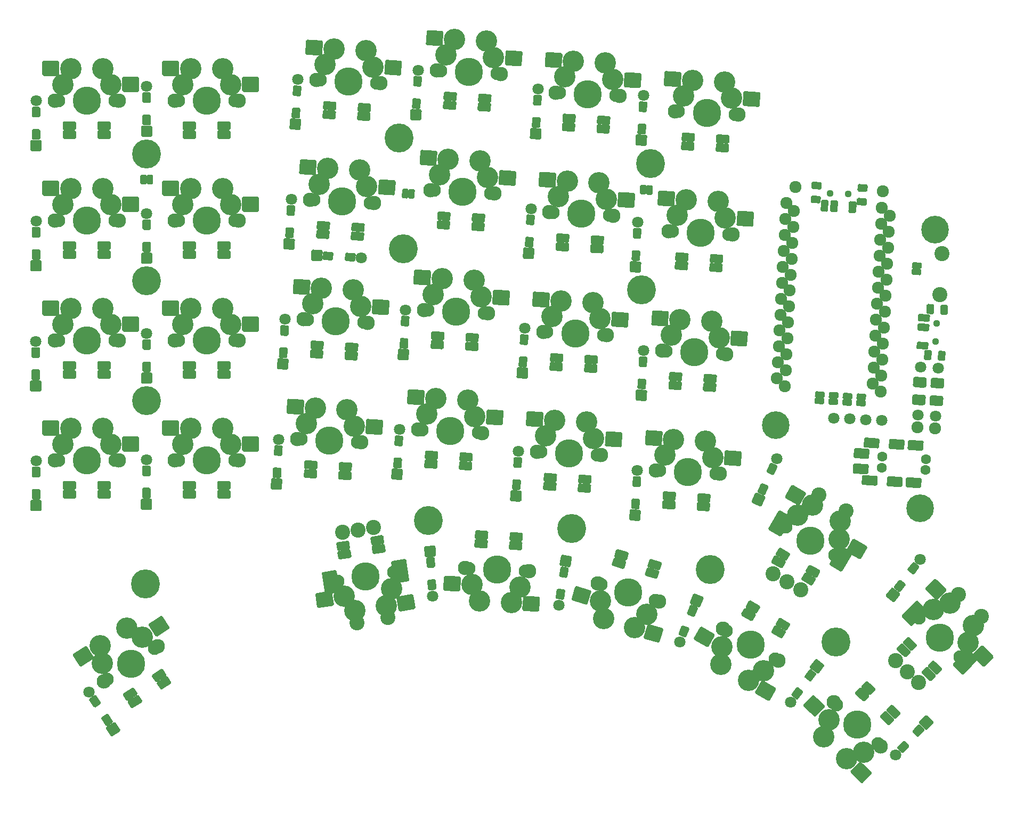
<source format=gts>
G04 #@! TF.GenerationSoftware,KiCad,Pcbnew,(5.1.12-1-10_14)*
G04 #@! TF.CreationDate,2021-12-17T12:39:00+00:00*
G04 #@! TF.ProjectId,avalanche-hotswap,6176616c-616e-4636-9865-2d686f747377,rev?*
G04 #@! TF.SameCoordinates,Original*
G04 #@! TF.FileFunction,Soldermask,Top*
G04 #@! TF.FilePolarity,Negative*
%FSLAX46Y46*%
G04 Gerber Fmt 4.6, Leading zero omitted, Abs format (unit mm)*
G04 Created by KiCad (PCBNEW (5.1.12-1-10_14)) date 2021-12-17 12:39:00*
%MOMM*%
%LPD*%
G01*
G04 APERTURE LIST*
%ADD10C,3.400000*%
%ADD11C,4.500000*%
%ADD12C,2.300000*%
%ADD13C,2.100000*%
%ADD14C,4.600000*%
%ADD15C,1.797000*%
%ADD16C,4.400000*%
%ADD17C,1.924000*%
%ADD18C,1.120000*%
%ADD19C,2.400000*%
%ADD20C,1.200000*%
%ADD21C,1.600000*%
G04 APERTURE END LIST*
G36*
G01*
X197110567Y-38935967D02*
X197005895Y-40933226D01*
G75*
G02*
X196795702Y-41122485I-199726J10467D01*
G01*
X194498854Y-41002112D01*
G75*
G02*
X194309595Y-40791919I10467J199726D01*
G01*
X194414267Y-38794660D01*
G75*
G02*
X194624460Y-38605401I199726J-10467D01*
G01*
X196921308Y-38725774D01*
G75*
G02*
X197110567Y-38935967I-10467J-199726D01*
G01*
G37*
G36*
G01*
X184560905Y-35734782D02*
X184456233Y-37732041D01*
G75*
G02*
X184246040Y-37921300I-199726J10467D01*
G01*
X181949192Y-37800927D01*
G75*
G02*
X181759933Y-37590734I10467J199726D01*
G01*
X181864605Y-35593475D01*
G75*
G02*
X182074798Y-35404216I199726J-10467D01*
G01*
X184371646Y-35524589D01*
G75*
G02*
X184560905Y-35734782I-10467J-199726D01*
G01*
G37*
D10*
X184912802Y-39338137D03*
X186313995Y-36868085D03*
X192522359Y-39736936D03*
X191387033Y-37133951D03*
D11*
X188584647Y-42074056D03*
D12*
X193657685Y-42339923D03*
X183511609Y-41808189D03*
D13*
X184090814Y-41838544D03*
X193078480Y-42309568D03*
D14*
X189162253Y-114641158D03*
G36*
G01*
X137152580Y-91019377D02*
X137047908Y-93016636D01*
G75*
G02*
X136837715Y-93205895I-199726J10467D01*
G01*
X134540867Y-93085522D01*
G75*
G02*
X134351608Y-92875329I10467J199726D01*
G01*
X134456280Y-90878070D01*
G75*
G02*
X134666473Y-90688811I199726J-10467D01*
G01*
X136963321Y-90809184D01*
G75*
G02*
X137152580Y-91019377I-10467J-199726D01*
G01*
G37*
G36*
G01*
X124602918Y-87818192D02*
X124498246Y-89815451D01*
G75*
G02*
X124288053Y-90004710I-199726J10467D01*
G01*
X121991205Y-89884337D01*
G75*
G02*
X121801946Y-89674144I10467J199726D01*
G01*
X121906618Y-87676885D01*
G75*
G02*
X122116811Y-87487626I199726J-10467D01*
G01*
X124413659Y-87607999D01*
G75*
G02*
X124602918Y-87818192I-10467J-199726D01*
G01*
G37*
D10*
X124954815Y-91421547D03*
X126356008Y-88951495D03*
X132564372Y-91820346D03*
X131429046Y-89217361D03*
D11*
X128626660Y-94157466D03*
D12*
X133699698Y-94423333D03*
X123553622Y-93891599D03*
D13*
X124132827Y-93921954D03*
X133120493Y-94392978D03*
G36*
G01*
X213630071Y-88731870D02*
X212488638Y-88672050D01*
G75*
G02*
X212299379Y-88461857I10467J199726D01*
G01*
X212332612Y-87827727D01*
G75*
G02*
X212542805Y-87638468I199726J-10467D01*
G01*
X213684238Y-87698288D01*
G75*
G02*
X213873497Y-87908481I-10467J-199726D01*
G01*
X213840264Y-88542611D01*
G75*
G02*
X213630071Y-88731870I-199726J10467D01*
G01*
G37*
G36*
G01*
X213682447Y-87732482D02*
X212541014Y-87672662D01*
G75*
G02*
X212351755Y-87462469I10467J199726D01*
G01*
X212384988Y-86828339D01*
G75*
G02*
X212595181Y-86639080I199726J-10467D01*
G01*
X213736614Y-86698900D01*
G75*
G02*
X213925873Y-86909093I-10467J-199726D01*
G01*
X213892640Y-87543223D01*
G75*
G02*
X213682447Y-87732482I-199726J10467D01*
G01*
G37*
G36*
G01*
X211433086Y-88616731D02*
X210291653Y-88556911D01*
G75*
G02*
X210102394Y-88346718I10467J199726D01*
G01*
X210135627Y-87712588D01*
G75*
G02*
X210345820Y-87523329I199726J-10467D01*
G01*
X211487253Y-87583149D01*
G75*
G02*
X211676512Y-87793342I-10467J-199726D01*
G01*
X211643279Y-88427472D01*
G75*
G02*
X211433086Y-88616731I-199726J10467D01*
G01*
G37*
G36*
G01*
X211485462Y-87617343D02*
X210344029Y-87557523D01*
G75*
G02*
X210154770Y-87347330I10467J199726D01*
G01*
X210188003Y-86713200D01*
G75*
G02*
X210398196Y-86523941I199726J-10467D01*
G01*
X211539629Y-86583761D01*
G75*
G02*
X211728888Y-86793954I-10467J-199726D01*
G01*
X211695655Y-87428084D01*
G75*
G02*
X211485462Y-87617343I-199726J10467D01*
G01*
G37*
G36*
G01*
X209236101Y-88501592D02*
X208094668Y-88441772D01*
G75*
G02*
X207905409Y-88231579I10467J199726D01*
G01*
X207938642Y-87597449D01*
G75*
G02*
X208148835Y-87408190I199726J-10467D01*
G01*
X209290268Y-87468010D01*
G75*
G02*
X209479527Y-87678203I-10467J-199726D01*
G01*
X209446294Y-88312333D01*
G75*
G02*
X209236101Y-88501592I-199726J10467D01*
G01*
G37*
G36*
G01*
X209288477Y-87502204D02*
X208147044Y-87442384D01*
G75*
G02*
X207957785Y-87232191I10467J199726D01*
G01*
X207991018Y-86598061D01*
G75*
G02*
X208201211Y-86408802I199726J-10467D01*
G01*
X209342644Y-86468622D01*
G75*
G02*
X209531903Y-86678815I-10467J-199726D01*
G01*
X209498670Y-87312945D01*
G75*
G02*
X209288477Y-87502204I-199726J10467D01*
G01*
G37*
G36*
G01*
X207039116Y-88386452D02*
X205897683Y-88326632D01*
G75*
G02*
X205708424Y-88116439I10467J199726D01*
G01*
X205741657Y-87482309D01*
G75*
G02*
X205951850Y-87293050I199726J-10467D01*
G01*
X207093283Y-87352870D01*
G75*
G02*
X207282542Y-87563063I-10467J-199726D01*
G01*
X207249309Y-88197193D01*
G75*
G02*
X207039116Y-88386452I-199726J10467D01*
G01*
G37*
G36*
G01*
X207091492Y-87387064D02*
X205950059Y-87327244D01*
G75*
G02*
X205760800Y-87117051I10467J199726D01*
G01*
X205794033Y-86482921D01*
G75*
G02*
X206004226Y-86293662I199726J-10467D01*
G01*
X207145659Y-86353482D01*
G75*
G02*
X207334918Y-86563675I-10467J-199726D01*
G01*
X207301685Y-87197805D01*
G75*
G02*
X207091492Y-87387064I-199726J10467D01*
G01*
G37*
D15*
X208797664Y-90554215D03*
X211334183Y-90687148D03*
X213870703Y-90820082D03*
X216407222Y-90953015D03*
G36*
G01*
X149172887Y-98588817D02*
X149225223Y-97590188D01*
G75*
G02*
X149435416Y-97400929I199726J-10467D01*
G01*
X151133086Y-97489900D01*
G75*
G02*
X151322345Y-97700093I-10467J-199726D01*
G01*
X151270009Y-98698722D01*
G75*
G02*
X151059816Y-98887981I-199726J10467D01*
G01*
X149362146Y-98799010D01*
G75*
G02*
X149172887Y-98588817I10467J199726D01*
G01*
G37*
G36*
G01*
X149246157Y-97190735D02*
X149298493Y-96192106D01*
G75*
G02*
X149508686Y-96002847I199726J-10467D01*
G01*
X151206356Y-96091818D01*
G75*
G02*
X151395615Y-96302011I-10467J-199726D01*
G01*
X151343279Y-97300640D01*
G75*
G02*
X151133086Y-97489899I-199726J10467D01*
G01*
X149435416Y-97400928D01*
G75*
G02*
X149246157Y-97190735I10467J199726D01*
G01*
G37*
G36*
G01*
X143680425Y-98300969D02*
X143732761Y-97302340D01*
G75*
G02*
X143942954Y-97113081I199726J-10467D01*
G01*
X145640624Y-97202052D01*
G75*
G02*
X145829883Y-97412245I-10467J-199726D01*
G01*
X145777547Y-98410874D01*
G75*
G02*
X145567354Y-98600133I-199726J10467D01*
G01*
X143869684Y-98511162D01*
G75*
G02*
X143680425Y-98300969I10467J199726D01*
G01*
G37*
G36*
G01*
X143753695Y-96902887D02*
X143806031Y-95904258D01*
G75*
G02*
X144016224Y-95714999I199726J-10467D01*
G01*
X145713894Y-95803970D01*
G75*
G02*
X145903153Y-96014163I-10467J-199726D01*
G01*
X145850817Y-97012792D01*
G75*
G02*
X145640624Y-97202051I-199726J10467D01*
G01*
X143942954Y-97113080D01*
G75*
G02*
X143753695Y-96902887I10467J199726D01*
G01*
G37*
G36*
G01*
X176197348Y-73989461D02*
X176092676Y-75986720D01*
G75*
G02*
X175882483Y-76175979I-199726J10467D01*
G01*
X173585635Y-76055606D01*
G75*
G02*
X173396376Y-75845413I10467J199726D01*
G01*
X173501048Y-73848154D01*
G75*
G02*
X173711241Y-73658895I199726J-10467D01*
G01*
X176008089Y-73779268D01*
G75*
G02*
X176197348Y-73989461I-10467J-199726D01*
G01*
G37*
G36*
G01*
X163647686Y-70788276D02*
X163543014Y-72785535D01*
G75*
G02*
X163332821Y-72974794I-199726J10467D01*
G01*
X161035973Y-72854421D01*
G75*
G02*
X160846714Y-72644228I10467J199726D01*
G01*
X160951386Y-70646969D01*
G75*
G02*
X161161579Y-70457710I199726J-10467D01*
G01*
X163458427Y-70578083D01*
G75*
G02*
X163647686Y-70788276I-10467J-199726D01*
G01*
G37*
D10*
X163999583Y-74391631D03*
X165400776Y-71921579D03*
X171609140Y-74790430D03*
X170473814Y-72187445D03*
D11*
X167671428Y-77127550D03*
D12*
X172744466Y-77393417D03*
X162598390Y-76861683D03*
D13*
X163177595Y-76892038D03*
X172165261Y-77363062D03*
G36*
G01*
X105291269Y-82705259D02*
X105291269Y-81705259D01*
G75*
G02*
X105491269Y-81505259I200000J0D01*
G01*
X107191269Y-81505259D01*
G75*
G02*
X107391269Y-81705259I0J-200000D01*
G01*
X107391269Y-82705259D01*
G75*
G02*
X107191269Y-82905259I-200000J0D01*
G01*
X105491269Y-82905259D01*
G75*
G02*
X105291269Y-82705259I0J200000D01*
G01*
G37*
G36*
G01*
X105291269Y-84105259D02*
X105291269Y-83105259D01*
G75*
G02*
X105491269Y-82905259I200000J0D01*
G01*
X107191269Y-82905259D01*
G75*
G02*
X107391269Y-83105259I0J-200000D01*
G01*
X107391269Y-84105259D01*
G75*
G02*
X107191269Y-84305259I-200000J0D01*
G01*
X105491269Y-84305259D01*
G75*
G02*
X105291269Y-84105259I0J200000D01*
G01*
G37*
G36*
G01*
X110791269Y-82705259D02*
X110791269Y-81705259D01*
G75*
G02*
X110991269Y-81505259I200000J0D01*
G01*
X112691269Y-81505259D01*
G75*
G02*
X112891269Y-81705259I0J-200000D01*
G01*
X112891269Y-82705259D01*
G75*
G02*
X112691269Y-82905259I-200000J0D01*
G01*
X110991269Y-82905259D01*
G75*
G02*
X110791269Y-82705259I0J200000D01*
G01*
G37*
G36*
G01*
X110791269Y-84105259D02*
X110791269Y-83105259D01*
G75*
G02*
X110991269Y-82905259I200000J0D01*
G01*
X112691269Y-82905259D01*
G75*
G02*
X112891269Y-83105259I0J-200000D01*
G01*
X112891269Y-84105259D01*
G75*
G02*
X112691269Y-84305259I-200000J0D01*
G01*
X110991269Y-84305259D01*
G75*
G02*
X110791269Y-84105259I0J200000D01*
G01*
G37*
G36*
G01*
X203592096Y-116048901D02*
X204092096Y-115182875D01*
G75*
G02*
X204365301Y-115109670I173205J-100000D01*
G01*
X205837545Y-115959670D01*
G75*
G02*
X205910750Y-116232875I-100000J-173205D01*
G01*
X205410750Y-117098901D01*
G75*
G02*
X205137545Y-117172106I-173205J100000D01*
G01*
X203665301Y-116322106D01*
G75*
G02*
X203592096Y-116048901I100000J173205D01*
G01*
G37*
G36*
G01*
X204292096Y-114836465D02*
X204792096Y-113970439D01*
G75*
G02*
X205065301Y-113897234I173205J-100000D01*
G01*
X206537545Y-114747234D01*
G75*
G02*
X206610750Y-115020439I-100000J-173205D01*
G01*
X206110750Y-115886465D01*
G75*
G02*
X205837545Y-115959670I-173205J100000D01*
G01*
X204365301Y-115109670D01*
G75*
G02*
X204292096Y-114836465I100000J173205D01*
G01*
G37*
G36*
G01*
X198828956Y-113298901D02*
X199328956Y-112432875D01*
G75*
G02*
X199602161Y-112359670I173205J-100000D01*
G01*
X201074405Y-113209670D01*
G75*
G02*
X201147610Y-113482875I-100000J-173205D01*
G01*
X200647610Y-114348901D01*
G75*
G02*
X200374405Y-114422106I-173205J100000D01*
G01*
X198902161Y-113572106D01*
G75*
G02*
X198828956Y-113298901I100000J173205D01*
G01*
G37*
G36*
G01*
X199528956Y-112086465D02*
X200028956Y-111220439D01*
G75*
G02*
X200302161Y-111147234I173205J-100000D01*
G01*
X201774405Y-111997234D01*
G75*
G02*
X201847610Y-112270439I-100000J-173205D01*
G01*
X201347610Y-113136465D01*
G75*
G02*
X201074405Y-113209670I-173205J100000D01*
G01*
X199602161Y-112359670D01*
G75*
G02*
X199528956Y-112086465I100000J173205D01*
G01*
G37*
G36*
G01*
X135488832Y-112027794D02*
X135332398Y-111040106D01*
G75*
G02*
X135498649Y-110811281I197538J31287D01*
G01*
X137177719Y-110545343D01*
G75*
G02*
X137406544Y-110711594I31287J-197538D01*
G01*
X137562978Y-111699282D01*
G75*
G02*
X137396727Y-111928107I-197538J-31287D01*
G01*
X135717657Y-112194045D01*
G75*
G02*
X135488832Y-112027794I-31287J197538D01*
G01*
G37*
G36*
G01*
X135269824Y-110645030D02*
X135113390Y-109657342D01*
G75*
G02*
X135279641Y-109428517I197538J31287D01*
G01*
X136958711Y-109162579D01*
G75*
G02*
X137187536Y-109328830I31287J-197538D01*
G01*
X137343970Y-110316518D01*
G75*
G02*
X137177719Y-110545343I-197538J-31287D01*
G01*
X135498649Y-110811281D01*
G75*
G02*
X135269824Y-110645030I-31287J197538D01*
G01*
G37*
G36*
G01*
X130056546Y-112888184D02*
X129900112Y-111900496D01*
G75*
G02*
X130066363Y-111671671I197538J31287D01*
G01*
X131745433Y-111405733D01*
G75*
G02*
X131974258Y-111571984I31287J-197538D01*
G01*
X132130692Y-112559672D01*
G75*
G02*
X131964441Y-112788497I-197538J-31287D01*
G01*
X130285371Y-113054435D01*
G75*
G02*
X130056546Y-112888184I-31287J197538D01*
G01*
G37*
G36*
G01*
X129837538Y-111505420D02*
X129681104Y-110517732D01*
G75*
G02*
X129847355Y-110288907I197538J31287D01*
G01*
X131526425Y-110022969D01*
G75*
G02*
X131755250Y-110189220I31287J-197538D01*
G01*
X131911684Y-111176908D01*
G75*
G02*
X131745433Y-111405733I-197538J-31287D01*
G01*
X130066363Y-111671671D01*
G75*
G02*
X129837538Y-111505420I-31287J197538D01*
G01*
G37*
G36*
G01*
X188976586Y-67078806D02*
X189028922Y-66080177D01*
G75*
G02*
X189239115Y-65890918I199726J-10467D01*
G01*
X190936785Y-65979889D01*
G75*
G02*
X191126044Y-66190082I-10467J-199726D01*
G01*
X191073708Y-67188711D01*
G75*
G02*
X190863515Y-67377970I-199726J10467D01*
G01*
X189165845Y-67288999D01*
G75*
G02*
X188976586Y-67078806I10467J199726D01*
G01*
G37*
G36*
G01*
X189049856Y-65680724D02*
X189102192Y-64682095D01*
G75*
G02*
X189312385Y-64492836I199726J-10467D01*
G01*
X191010055Y-64581807D01*
G75*
G02*
X191199314Y-64792000I-10467J-199726D01*
G01*
X191146978Y-65790629D01*
G75*
G02*
X190936785Y-65979888I-199726J10467D01*
G01*
X189239115Y-65890917D01*
G75*
G02*
X189049856Y-65680724I10467J199726D01*
G01*
G37*
G36*
G01*
X183484124Y-66790958D02*
X183536460Y-65792329D01*
G75*
G02*
X183746653Y-65603070I199726J-10467D01*
G01*
X185444323Y-65692041D01*
G75*
G02*
X185633582Y-65902234I-10467J-199726D01*
G01*
X185581246Y-66900863D01*
G75*
G02*
X185371053Y-67090122I-199726J10467D01*
G01*
X183673383Y-67001151D01*
G75*
G02*
X183484124Y-66790958I10467J199726D01*
G01*
G37*
G36*
G01*
X183557394Y-65392876D02*
X183609730Y-64394247D01*
G75*
G02*
X183819923Y-64204988I199726J-10467D01*
G01*
X185517593Y-64293959D01*
G75*
G02*
X185706852Y-64504152I-10467J-199726D01*
G01*
X185654516Y-65502781D01*
G75*
G02*
X185444323Y-65692040I-199726J10467D01*
G01*
X183746653Y-65603069D01*
G75*
G02*
X183557394Y-65392876I10467J199726D01*
G01*
G37*
G36*
G01*
X101718093Y-133626305D02*
X101173453Y-132787635D01*
G75*
G02*
X101232259Y-132510973I167734J108928D01*
G01*
X102657999Y-131585087D01*
G75*
G02*
X102934661Y-131643893I108928J-167734D01*
G01*
X103479301Y-132482563D01*
G75*
G02*
X103420495Y-132759225I-167734J-108928D01*
G01*
X101994755Y-133685111D01*
G75*
G02*
X101718093Y-133626305I-108928J167734D01*
G01*
G37*
G36*
G01*
X100955599Y-132452166D02*
X100410959Y-131613496D01*
G75*
G02*
X100469765Y-131336834I167734J108928D01*
G01*
X101895505Y-130410948D01*
G75*
G02*
X102172167Y-130469754I108928J-167734D01*
G01*
X102716807Y-131308424D01*
G75*
G02*
X102658001Y-131585086I-167734J-108928D01*
G01*
X101232261Y-132510972D01*
G75*
G02*
X100955599Y-132452166I-108928J167734D01*
G01*
G37*
G36*
G01*
X97105405Y-136621820D02*
X96560765Y-135783150D01*
G75*
G02*
X96619571Y-135506488I167734J108928D01*
G01*
X98045311Y-134580602D01*
G75*
G02*
X98321973Y-134639408I108928J-167734D01*
G01*
X98866613Y-135478078D01*
G75*
G02*
X98807807Y-135754740I-167734J-108928D01*
G01*
X97382067Y-136680626D01*
G75*
G02*
X97105405Y-136621820I-108928J167734D01*
G01*
G37*
G36*
G01*
X96342911Y-135447681D02*
X95798271Y-134609011D01*
G75*
G02*
X95857077Y-134332349I167734J108928D01*
G01*
X97282817Y-133406463D01*
G75*
G02*
X97559479Y-133465269I108928J-167734D01*
G01*
X98104119Y-134303939D01*
G75*
G02*
X98045313Y-134580601I-167734J-108928D01*
G01*
X96619573Y-135506487D01*
G75*
G02*
X96342911Y-135447681I-108928J167734D01*
G01*
G37*
G36*
G01*
X86241279Y-101755249D02*
X86241279Y-100755249D01*
G75*
G02*
X86441279Y-100555249I200000J0D01*
G01*
X88141279Y-100555249D01*
G75*
G02*
X88341279Y-100755249I0J-200000D01*
G01*
X88341279Y-101755249D01*
G75*
G02*
X88141279Y-101955249I-200000J0D01*
G01*
X86441279Y-101955249D01*
G75*
G02*
X86241279Y-101755249I0J200000D01*
G01*
G37*
G36*
G01*
X86241279Y-103155249D02*
X86241279Y-102155249D01*
G75*
G02*
X86441279Y-101955249I200000J0D01*
G01*
X88141279Y-101955249D01*
G75*
G02*
X88341279Y-102155249I0J-200000D01*
G01*
X88341279Y-103155249D01*
G75*
G02*
X88141279Y-103355249I-200000J0D01*
G01*
X86441279Y-103355249D01*
G75*
G02*
X86241279Y-103155249I0J200000D01*
G01*
G37*
G36*
G01*
X91741279Y-101755249D02*
X91741279Y-100755249D01*
G75*
G02*
X91941279Y-100555249I200000J0D01*
G01*
X93641279Y-100555249D01*
G75*
G02*
X93841279Y-100755249I0J-200000D01*
G01*
X93841279Y-101755249D01*
G75*
G02*
X93641279Y-101955249I-200000J0D01*
G01*
X91941279Y-101955249D01*
G75*
G02*
X91741279Y-101755249I0J200000D01*
G01*
G37*
G36*
G01*
X91741279Y-103155249D02*
X91741279Y-102155249D01*
G75*
G02*
X91941279Y-101955249I200000J0D01*
G01*
X93641279Y-101955249D01*
G75*
G02*
X93841279Y-102155249I0J-200000D01*
G01*
X93841279Y-103155249D01*
G75*
G02*
X93641279Y-103355249I-200000J0D01*
G01*
X91941279Y-103355249D01*
G75*
G02*
X91741279Y-103155249I0J200000D01*
G01*
G37*
G36*
G01*
X86241265Y-82705254D02*
X86241265Y-81705254D01*
G75*
G02*
X86441265Y-81505254I200000J0D01*
G01*
X88141265Y-81505254D01*
G75*
G02*
X88341265Y-81705254I0J-200000D01*
G01*
X88341265Y-82705254D01*
G75*
G02*
X88141265Y-82905254I-200000J0D01*
G01*
X86441265Y-82905254D01*
G75*
G02*
X86241265Y-82705254I0J200000D01*
G01*
G37*
G36*
G01*
X86241265Y-84105254D02*
X86241265Y-83105254D01*
G75*
G02*
X86441265Y-82905254I200000J0D01*
G01*
X88141265Y-82905254D01*
G75*
G02*
X88341265Y-83105254I0J-200000D01*
G01*
X88341265Y-84105254D01*
G75*
G02*
X88141265Y-84305254I-200000J0D01*
G01*
X86441265Y-84305254D01*
G75*
G02*
X86241265Y-84105254I0J200000D01*
G01*
G37*
G36*
G01*
X91741265Y-82705254D02*
X91741265Y-81705254D01*
G75*
G02*
X91941265Y-81505254I200000J0D01*
G01*
X93641265Y-81505254D01*
G75*
G02*
X93841265Y-81705254I0J-200000D01*
G01*
X93841265Y-82705254D01*
G75*
G02*
X93641265Y-82905254I-200000J0D01*
G01*
X91941265Y-82905254D01*
G75*
G02*
X91741265Y-82705254I0J200000D01*
G01*
G37*
G36*
G01*
X91741265Y-84105254D02*
X91741265Y-83105254D01*
G75*
G02*
X91941265Y-82905254I200000J0D01*
G01*
X93641265Y-82905254D01*
G75*
G02*
X93841265Y-83105254I0J-200000D01*
G01*
X93841265Y-84105254D01*
G75*
G02*
X93641265Y-84305254I-200000J0D01*
G01*
X91941265Y-84305254D01*
G75*
G02*
X91741265Y-84105254I0J200000D01*
G01*
G37*
G36*
G01*
X86241244Y-63655245D02*
X86241244Y-62655245D01*
G75*
G02*
X86441244Y-62455245I200000J0D01*
G01*
X88141244Y-62455245D01*
G75*
G02*
X88341244Y-62655245I0J-200000D01*
G01*
X88341244Y-63655245D01*
G75*
G02*
X88141244Y-63855245I-200000J0D01*
G01*
X86441244Y-63855245D01*
G75*
G02*
X86241244Y-63655245I0J200000D01*
G01*
G37*
G36*
G01*
X86241244Y-65055245D02*
X86241244Y-64055245D01*
G75*
G02*
X86441244Y-63855245I200000J0D01*
G01*
X88141244Y-63855245D01*
G75*
G02*
X88341244Y-64055245I0J-200000D01*
G01*
X88341244Y-65055245D01*
G75*
G02*
X88141244Y-65255245I-200000J0D01*
G01*
X86441244Y-65255245D01*
G75*
G02*
X86241244Y-65055245I0J200000D01*
G01*
G37*
G36*
G01*
X91741244Y-63655245D02*
X91741244Y-62655245D01*
G75*
G02*
X91941244Y-62455245I200000J0D01*
G01*
X93641244Y-62455245D01*
G75*
G02*
X93841244Y-62655245I0J-200000D01*
G01*
X93841244Y-63655245D01*
G75*
G02*
X93641244Y-63855245I-200000J0D01*
G01*
X91941244Y-63855245D01*
G75*
G02*
X91741244Y-63655245I0J200000D01*
G01*
G37*
G36*
G01*
X91741244Y-65055245D02*
X91741244Y-64055245D01*
G75*
G02*
X91941244Y-63855245I200000J0D01*
G01*
X93641244Y-63855245D01*
G75*
G02*
X93841244Y-64055245I0J-200000D01*
G01*
X93841244Y-65055245D01*
G75*
G02*
X93641244Y-65255245I-200000J0D01*
G01*
X91941244Y-65255245D01*
G75*
G02*
X91741244Y-65055245I0J200000D01*
G01*
G37*
G36*
G01*
X86241291Y-44605255D02*
X86241291Y-43605255D01*
G75*
G02*
X86441291Y-43405255I200000J0D01*
G01*
X88141291Y-43405255D01*
G75*
G02*
X88341291Y-43605255I0J-200000D01*
G01*
X88341291Y-44605255D01*
G75*
G02*
X88141291Y-44805255I-200000J0D01*
G01*
X86441291Y-44805255D01*
G75*
G02*
X86241291Y-44605255I0J200000D01*
G01*
G37*
G36*
G01*
X86241291Y-46005255D02*
X86241291Y-45005255D01*
G75*
G02*
X86441291Y-44805255I200000J0D01*
G01*
X88141291Y-44805255D01*
G75*
G02*
X88341291Y-45005255I0J-200000D01*
G01*
X88341291Y-46005255D01*
G75*
G02*
X88141291Y-46205255I-200000J0D01*
G01*
X86441291Y-46205255D01*
G75*
G02*
X86241291Y-46005255I0J200000D01*
G01*
G37*
G36*
G01*
X91741291Y-44605255D02*
X91741291Y-43605255D01*
G75*
G02*
X91941291Y-43405255I200000J0D01*
G01*
X93641291Y-43405255D01*
G75*
G02*
X93841291Y-43605255I0J-200000D01*
G01*
X93841291Y-44605255D01*
G75*
G02*
X93641291Y-44805255I-200000J0D01*
G01*
X91941291Y-44805255D01*
G75*
G02*
X91741291Y-44605255I0J200000D01*
G01*
G37*
G36*
G01*
X91741291Y-46005255D02*
X91741291Y-45005255D01*
G75*
G02*
X91941291Y-44805255I200000J0D01*
G01*
X93641291Y-44805255D01*
G75*
G02*
X93841291Y-45005255I0J-200000D01*
G01*
X93841291Y-46005255D01*
G75*
G02*
X93641291Y-46205255I-200000J0D01*
G01*
X91941291Y-46205255D01*
G75*
G02*
X91741291Y-46005255I0J200000D01*
G01*
G37*
G36*
G01*
X105291266Y-44605254D02*
X105291266Y-43605254D01*
G75*
G02*
X105491266Y-43405254I200000J0D01*
G01*
X107191266Y-43405254D01*
G75*
G02*
X107391266Y-43605254I0J-200000D01*
G01*
X107391266Y-44605254D01*
G75*
G02*
X107191266Y-44805254I-200000J0D01*
G01*
X105491266Y-44805254D01*
G75*
G02*
X105291266Y-44605254I0J200000D01*
G01*
G37*
G36*
G01*
X105291266Y-46005254D02*
X105291266Y-45005254D01*
G75*
G02*
X105491266Y-44805254I200000J0D01*
G01*
X107191266Y-44805254D01*
G75*
G02*
X107391266Y-45005254I0J-200000D01*
G01*
X107391266Y-46005254D01*
G75*
G02*
X107191266Y-46205254I-200000J0D01*
G01*
X105491266Y-46205254D01*
G75*
G02*
X105291266Y-46005254I0J200000D01*
G01*
G37*
G36*
G01*
X110791266Y-44605254D02*
X110791266Y-43605254D01*
G75*
G02*
X110991266Y-43405254I200000J0D01*
G01*
X112691266Y-43405254D01*
G75*
G02*
X112891266Y-43605254I0J-200000D01*
G01*
X112891266Y-44605254D01*
G75*
G02*
X112691266Y-44805254I-200000J0D01*
G01*
X110991266Y-44805254D01*
G75*
G02*
X110791266Y-44605254I0J200000D01*
G01*
G37*
G36*
G01*
X110791266Y-46005254D02*
X110791266Y-45005254D01*
G75*
G02*
X110991266Y-44805254I200000J0D01*
G01*
X112691266Y-44805254D01*
G75*
G02*
X112891266Y-45005254I0J-200000D01*
G01*
X112891266Y-46005254D01*
G75*
G02*
X112691266Y-46205254I-200000J0D01*
G01*
X110991266Y-46205254D01*
G75*
G02*
X110791266Y-46005254I0J200000D01*
G01*
G37*
G36*
G01*
X105291269Y-63655231D02*
X105291269Y-62655231D01*
G75*
G02*
X105491269Y-62455231I200000J0D01*
G01*
X107191269Y-62455231D01*
G75*
G02*
X107391269Y-62655231I0J-200000D01*
G01*
X107391269Y-63655231D01*
G75*
G02*
X107191269Y-63855231I-200000J0D01*
G01*
X105491269Y-63855231D01*
G75*
G02*
X105291269Y-63655231I0J200000D01*
G01*
G37*
G36*
G01*
X105291269Y-65055231D02*
X105291269Y-64055231D01*
G75*
G02*
X105491269Y-63855231I200000J0D01*
G01*
X107191269Y-63855231D01*
G75*
G02*
X107391269Y-64055231I0J-200000D01*
G01*
X107391269Y-65055231D01*
G75*
G02*
X107191269Y-65255231I-200000J0D01*
G01*
X105491269Y-65255231D01*
G75*
G02*
X105291269Y-65055231I0J200000D01*
G01*
G37*
G36*
G01*
X110791269Y-63655231D02*
X110791269Y-62655231D01*
G75*
G02*
X110991269Y-62455231I200000J0D01*
G01*
X112691269Y-62455231D01*
G75*
G02*
X112891269Y-62655231I0J-200000D01*
G01*
X112891269Y-63655231D01*
G75*
G02*
X112691269Y-63855231I-200000J0D01*
G01*
X110991269Y-63855231D01*
G75*
G02*
X110791269Y-63655231I0J200000D01*
G01*
G37*
G36*
G01*
X110791269Y-65055231D02*
X110791269Y-64055231D01*
G75*
G02*
X110991269Y-63855231I200000J0D01*
G01*
X112691269Y-63855231D01*
G75*
G02*
X112891269Y-64055231I0J-200000D01*
G01*
X112891269Y-65055231D01*
G75*
G02*
X112691269Y-65255231I-200000J0D01*
G01*
X110991269Y-65255231D01*
G75*
G02*
X110791269Y-65055231I0J200000D01*
G01*
G37*
G36*
G01*
X105291286Y-101755273D02*
X105291286Y-100755273D01*
G75*
G02*
X105491286Y-100555273I200000J0D01*
G01*
X107191286Y-100555273D01*
G75*
G02*
X107391286Y-100755273I0J-200000D01*
G01*
X107391286Y-101755273D01*
G75*
G02*
X107191286Y-101955273I-200000J0D01*
G01*
X105491286Y-101955273D01*
G75*
G02*
X105291286Y-101755273I0J200000D01*
G01*
G37*
G36*
G01*
X105291286Y-103155273D02*
X105291286Y-102155273D01*
G75*
G02*
X105491286Y-101955273I200000J0D01*
G01*
X107191286Y-101955273D01*
G75*
G02*
X107391286Y-102155273I0J-200000D01*
G01*
X107391286Y-103155273D01*
G75*
G02*
X107191286Y-103355273I-200000J0D01*
G01*
X105491286Y-103355273D01*
G75*
G02*
X105291286Y-103155273I0J200000D01*
G01*
G37*
G36*
G01*
X110791286Y-101755273D02*
X110791286Y-100755273D01*
G75*
G02*
X110991286Y-100555273I200000J0D01*
G01*
X112691286Y-100555273D01*
G75*
G02*
X112891286Y-100755273I0J-200000D01*
G01*
X112891286Y-101755273D01*
G75*
G02*
X112691286Y-101955273I-200000J0D01*
G01*
X110991286Y-101955273D01*
G75*
G02*
X110791286Y-101755273I0J200000D01*
G01*
G37*
G36*
G01*
X110791286Y-103155273D02*
X110791286Y-102155273D01*
G75*
G02*
X110991286Y-101955273I200000J0D01*
G01*
X112691286Y-101955273D01*
G75*
G02*
X112891286Y-102155273I0J-200000D01*
G01*
X112891286Y-103155273D01*
G75*
G02*
X112691286Y-103355273I-200000J0D01*
G01*
X110991286Y-103355273D01*
G75*
G02*
X110791286Y-103155273I0J200000D01*
G01*
G37*
G36*
G01*
X130015551Y-100138370D02*
X130067887Y-99139741D01*
G75*
G02*
X130278080Y-98950482I199726J-10467D01*
G01*
X131975750Y-99039453D01*
G75*
G02*
X132165009Y-99249646I-10467J-199726D01*
G01*
X132112673Y-100248275D01*
G75*
G02*
X131902480Y-100437534I-199726J10467D01*
G01*
X130204810Y-100348563D01*
G75*
G02*
X130015551Y-100138370I10467J199726D01*
G01*
G37*
G36*
G01*
X130088821Y-98740288D02*
X130141157Y-97741659D01*
G75*
G02*
X130351350Y-97552400I199726J-10467D01*
G01*
X132049020Y-97641371D01*
G75*
G02*
X132238279Y-97851564I-10467J-199726D01*
G01*
X132185943Y-98850193D01*
G75*
G02*
X131975750Y-99039452I-199726J10467D01*
G01*
X130278080Y-98950481D01*
G75*
G02*
X130088821Y-98740288I10467J199726D01*
G01*
G37*
G36*
G01*
X124523089Y-99850522D02*
X124575425Y-98851893D01*
G75*
G02*
X124785618Y-98662634I199726J-10467D01*
G01*
X126483288Y-98751605D01*
G75*
G02*
X126672547Y-98961798I-10467J-199726D01*
G01*
X126620211Y-99960427D01*
G75*
G02*
X126410018Y-100149686I-199726J10467D01*
G01*
X124712348Y-100060715D01*
G75*
G02*
X124523089Y-99850522I10467J199726D01*
G01*
G37*
G36*
G01*
X124596359Y-98452440D02*
X124648695Y-97453811D01*
G75*
G02*
X124858888Y-97264552I199726J-10467D01*
G01*
X126556558Y-97353523D01*
G75*
G02*
X126745817Y-97563716I-10467J-199726D01*
G01*
X126693481Y-98562345D01*
G75*
G02*
X126483288Y-98751604I-199726J10467D01*
G01*
X124785618Y-98662633D01*
G75*
G02*
X124596359Y-98452440I10467J199726D01*
G01*
G37*
G36*
G01*
X131012541Y-81114463D02*
X131064877Y-80115834D01*
G75*
G02*
X131275070Y-79926575I199726J-10467D01*
G01*
X132972740Y-80015546D01*
G75*
G02*
X133161999Y-80225739I-10467J-199726D01*
G01*
X133109663Y-81224368D01*
G75*
G02*
X132899470Y-81413627I-199726J10467D01*
G01*
X131201800Y-81324656D01*
G75*
G02*
X131012541Y-81114463I10467J199726D01*
G01*
G37*
G36*
G01*
X131085811Y-79716381D02*
X131138147Y-78717752D01*
G75*
G02*
X131348340Y-78528493I199726J-10467D01*
G01*
X133046010Y-78617464D01*
G75*
G02*
X133235269Y-78827657I-10467J-199726D01*
G01*
X133182933Y-79826286D01*
G75*
G02*
X132972740Y-80015545I-199726J10467D01*
G01*
X131275070Y-79926574D01*
G75*
G02*
X131085811Y-79716381I10467J199726D01*
G01*
G37*
G36*
G01*
X125520079Y-80826615D02*
X125572415Y-79827986D01*
G75*
G02*
X125782608Y-79638727I199726J-10467D01*
G01*
X127480278Y-79727698D01*
G75*
G02*
X127669537Y-79937891I-10467J-199726D01*
G01*
X127617201Y-80936520D01*
G75*
G02*
X127407008Y-81125779I-199726J10467D01*
G01*
X125709338Y-81036808D01*
G75*
G02*
X125520079Y-80826615I10467J199726D01*
G01*
G37*
G36*
G01*
X125593349Y-79428533D02*
X125645685Y-78429904D01*
G75*
G02*
X125855878Y-78240645I199726J-10467D01*
G01*
X127553548Y-78329616D01*
G75*
G02*
X127742807Y-78539809I-10467J-199726D01*
G01*
X127690471Y-79538438D01*
G75*
G02*
X127480278Y-79727697I-199726J10467D01*
G01*
X125782608Y-79638726D01*
G75*
G02*
X125593349Y-79428533I10467J199726D01*
G01*
G37*
G36*
G01*
X132009552Y-62090539D02*
X132061888Y-61091910D01*
G75*
G02*
X132272081Y-60902651I199726J-10467D01*
G01*
X133969751Y-60991622D01*
G75*
G02*
X134159010Y-61201815I-10467J-199726D01*
G01*
X134106674Y-62200444D01*
G75*
G02*
X133896481Y-62389703I-199726J10467D01*
G01*
X132198811Y-62300732D01*
G75*
G02*
X132009552Y-62090539I10467J199726D01*
G01*
G37*
G36*
G01*
X132082822Y-60692457D02*
X132135158Y-59693828D01*
G75*
G02*
X132345351Y-59504569I199726J-10467D01*
G01*
X134043021Y-59593540D01*
G75*
G02*
X134232280Y-59803733I-10467J-199726D01*
G01*
X134179944Y-60802362D01*
G75*
G02*
X133969751Y-60991621I-199726J10467D01*
G01*
X132272081Y-60902650D01*
G75*
G02*
X132082822Y-60692457I10467J199726D01*
G01*
G37*
G36*
G01*
X126517090Y-61802691D02*
X126569426Y-60804062D01*
G75*
G02*
X126779619Y-60614803I199726J-10467D01*
G01*
X128477289Y-60703774D01*
G75*
G02*
X128666548Y-60913967I-10467J-199726D01*
G01*
X128614212Y-61912596D01*
G75*
G02*
X128404019Y-62101855I-199726J10467D01*
G01*
X126706349Y-62012884D01*
G75*
G02*
X126517090Y-61802691I10467J199726D01*
G01*
G37*
G36*
G01*
X126590360Y-60404609D02*
X126642696Y-59405980D01*
G75*
G02*
X126852889Y-59216721I199726J-10467D01*
G01*
X128550559Y-59305692D01*
G75*
G02*
X128739818Y-59515885I-10467J-199726D01*
G01*
X128687482Y-60514514D01*
G75*
G02*
X128477289Y-60703773I-199726J10467D01*
G01*
X126779619Y-60614802D01*
G75*
G02*
X126590360Y-60404609I10467J199726D01*
G01*
G37*
G36*
G01*
X133006559Y-43066683D02*
X133058895Y-42068054D01*
G75*
G02*
X133269088Y-41878795I199726J-10467D01*
G01*
X134966758Y-41967766D01*
G75*
G02*
X135156017Y-42177959I-10467J-199726D01*
G01*
X135103681Y-43176588D01*
G75*
G02*
X134893488Y-43365847I-199726J10467D01*
G01*
X133195818Y-43276876D01*
G75*
G02*
X133006559Y-43066683I10467J199726D01*
G01*
G37*
G36*
G01*
X133079829Y-41668601D02*
X133132165Y-40669972D01*
G75*
G02*
X133342358Y-40480713I199726J-10467D01*
G01*
X135040028Y-40569684D01*
G75*
G02*
X135229287Y-40779877I-10467J-199726D01*
G01*
X135176951Y-41778506D01*
G75*
G02*
X134966758Y-41967765I-199726J10467D01*
G01*
X133269088Y-41878794D01*
G75*
G02*
X133079829Y-41668601I10467J199726D01*
G01*
G37*
G36*
G01*
X127514097Y-42778835D02*
X127566433Y-41780206D01*
G75*
G02*
X127776626Y-41590947I199726J-10467D01*
G01*
X129474296Y-41679918D01*
G75*
G02*
X129663555Y-41890111I-10467J-199726D01*
G01*
X129611219Y-42888740D01*
G75*
G02*
X129401026Y-43077999I-199726J10467D01*
G01*
X127703356Y-42989028D01*
G75*
G02*
X127514097Y-42778835I10467J199726D01*
G01*
G37*
G36*
G01*
X127587367Y-41380753D02*
X127639703Y-40382124D01*
G75*
G02*
X127849896Y-40192865I199726J-10467D01*
G01*
X129547566Y-40281836D01*
G75*
G02*
X129736825Y-40492029I-10467J-199726D01*
G01*
X129684489Y-41490658D01*
G75*
G02*
X129474296Y-41679917I-199726J10467D01*
G01*
X127776626Y-41590946D01*
G75*
G02*
X127587367Y-41380753I10467J199726D01*
G01*
G37*
G36*
G01*
X152161295Y-41567108D02*
X152213631Y-40568479D01*
G75*
G02*
X152423824Y-40379220I199726J-10467D01*
G01*
X154121494Y-40468191D01*
G75*
G02*
X154310753Y-40678384I-10467J-199726D01*
G01*
X154258417Y-41677013D01*
G75*
G02*
X154048224Y-41866272I-199726J10467D01*
G01*
X152350554Y-41777301D01*
G75*
G02*
X152161295Y-41567108I10467J199726D01*
G01*
G37*
G36*
G01*
X152234565Y-40169026D02*
X152286901Y-39170397D01*
G75*
G02*
X152497094Y-38981138I199726J-10467D01*
G01*
X154194764Y-39070109D01*
G75*
G02*
X154384023Y-39280302I-10467J-199726D01*
G01*
X154331687Y-40278931D01*
G75*
G02*
X154121494Y-40468190I-199726J10467D01*
G01*
X152423824Y-40379219D01*
G75*
G02*
X152234565Y-40169026I10467J199726D01*
G01*
G37*
G36*
G01*
X146668833Y-41279260D02*
X146721169Y-40280631D01*
G75*
G02*
X146931362Y-40091372I199726J-10467D01*
G01*
X148629032Y-40180343D01*
G75*
G02*
X148818291Y-40390536I-10467J-199726D01*
G01*
X148765955Y-41389165D01*
G75*
G02*
X148555762Y-41578424I-199726J10467D01*
G01*
X146858092Y-41489453D01*
G75*
G02*
X146668833Y-41279260I10467J199726D01*
G01*
G37*
G36*
G01*
X146742103Y-39881178D02*
X146794439Y-38882549D01*
G75*
G02*
X147004632Y-38693290I199726J-10467D01*
G01*
X148702302Y-38782261D01*
G75*
G02*
X148891561Y-38992454I-10467J-199726D01*
G01*
X148839225Y-39991083D01*
G75*
G02*
X148629032Y-40180342I-199726J10467D01*
G01*
X146931362Y-40091371D01*
G75*
G02*
X146742103Y-39881178I10467J199726D01*
G01*
G37*
G36*
G01*
X151164258Y-60590994D02*
X151216594Y-59592365D01*
G75*
G02*
X151426787Y-59403106I199726J-10467D01*
G01*
X153124457Y-59492077D01*
G75*
G02*
X153313716Y-59702270I-10467J-199726D01*
G01*
X153261380Y-60700899D01*
G75*
G02*
X153051187Y-60890158I-199726J10467D01*
G01*
X151353517Y-60801187D01*
G75*
G02*
X151164258Y-60590994I10467J199726D01*
G01*
G37*
G36*
G01*
X151237528Y-59192912D02*
X151289864Y-58194283D01*
G75*
G02*
X151500057Y-58005024I199726J-10467D01*
G01*
X153197727Y-58093995D01*
G75*
G02*
X153386986Y-58304188I-10467J-199726D01*
G01*
X153334650Y-59302817D01*
G75*
G02*
X153124457Y-59492076I-199726J10467D01*
G01*
X151426787Y-59403105D01*
G75*
G02*
X151237528Y-59192912I10467J199726D01*
G01*
G37*
G36*
G01*
X145671796Y-60303146D02*
X145724132Y-59304517D01*
G75*
G02*
X145934325Y-59115258I199726J-10467D01*
G01*
X147631995Y-59204229D01*
G75*
G02*
X147821254Y-59414422I-10467J-199726D01*
G01*
X147768918Y-60413051D01*
G75*
G02*
X147558725Y-60602310I-199726J10467D01*
G01*
X145861055Y-60513339D01*
G75*
G02*
X145671796Y-60303146I10467J199726D01*
G01*
G37*
G36*
G01*
X145745066Y-58905064D02*
X145797402Y-57906435D01*
G75*
G02*
X146007595Y-57717176I199726J-10467D01*
G01*
X147705265Y-57806147D01*
G75*
G02*
X147894524Y-58016340I-10467J-199726D01*
G01*
X147842188Y-59014969D01*
G75*
G02*
X147631995Y-59204228I-199726J10467D01*
G01*
X145934325Y-59115257D01*
G75*
G02*
X145745066Y-58905064I10467J199726D01*
G01*
G37*
G36*
G01*
X150167286Y-79614885D02*
X150219622Y-78616256D01*
G75*
G02*
X150429815Y-78426997I199726J-10467D01*
G01*
X152127485Y-78515968D01*
G75*
G02*
X152316744Y-78726161I-10467J-199726D01*
G01*
X152264408Y-79724790D01*
G75*
G02*
X152054215Y-79914049I-199726J10467D01*
G01*
X150356545Y-79825078D01*
G75*
G02*
X150167286Y-79614885I10467J199726D01*
G01*
G37*
G36*
G01*
X150240556Y-78216803D02*
X150292892Y-77218174D01*
G75*
G02*
X150503085Y-77028915I199726J-10467D01*
G01*
X152200755Y-77117886D01*
G75*
G02*
X152390014Y-77328079I-10467J-199726D01*
G01*
X152337678Y-78326708D01*
G75*
G02*
X152127485Y-78515967I-199726J10467D01*
G01*
X150429815Y-78426996D01*
G75*
G02*
X150240556Y-78216803I10467J199726D01*
G01*
G37*
G36*
G01*
X144674824Y-79327037D02*
X144727160Y-78328408D01*
G75*
G02*
X144937353Y-78139149I199726J-10467D01*
G01*
X146635023Y-78228120D01*
G75*
G02*
X146824282Y-78438313I-10467J-199726D01*
G01*
X146771946Y-79436942D01*
G75*
G02*
X146561753Y-79626201I-199726J10467D01*
G01*
X144864083Y-79537230D01*
G75*
G02*
X144674824Y-79327037I10467J199726D01*
G01*
G37*
G36*
G01*
X144748094Y-77928955D02*
X144800430Y-76930326D01*
G75*
G02*
X145010623Y-76741067I199726J-10467D01*
G01*
X146708293Y-76830038D01*
G75*
G02*
X146897552Y-77040231I-10467J-199726D01*
G01*
X146845216Y-78038860D01*
G75*
G02*
X146635023Y-78228119I-199726J10467D01*
G01*
X144937353Y-78139148D01*
G75*
G02*
X144748094Y-77928955I10467J199726D01*
G01*
G37*
G36*
G01*
X157141162Y-111257508D02*
X157193498Y-110258879D01*
G75*
G02*
X157403691Y-110069620I199726J-10467D01*
G01*
X159101361Y-110158591D01*
G75*
G02*
X159290620Y-110368784I-10467J-199726D01*
G01*
X159238284Y-111367413D01*
G75*
G02*
X159028091Y-111556672I-199726J10467D01*
G01*
X157330421Y-111467701D01*
G75*
G02*
X157141162Y-111257508I10467J199726D01*
G01*
G37*
G36*
G01*
X157214432Y-109859426D02*
X157266768Y-108860797D01*
G75*
G02*
X157476961Y-108671538I199726J-10467D01*
G01*
X159174631Y-108760509D01*
G75*
G02*
X159363890Y-108970702I-10467J-199726D01*
G01*
X159311554Y-109969331D01*
G75*
G02*
X159101361Y-110158590I-199726J10467D01*
G01*
X157403691Y-110069619D01*
G75*
G02*
X157214432Y-109859426I10467J199726D01*
G01*
G37*
G36*
G01*
X151648700Y-110969660D02*
X151701036Y-109971031D01*
G75*
G02*
X151911229Y-109781772I199726J-10467D01*
G01*
X153608899Y-109870743D01*
G75*
G02*
X153798158Y-110080936I-10467J-199726D01*
G01*
X153745822Y-111079565D01*
G75*
G02*
X153535629Y-111268824I-199726J10467D01*
G01*
X151837959Y-111179853D01*
G75*
G02*
X151648700Y-110969660I10467J199726D01*
G01*
G37*
G36*
G01*
X151721970Y-109571578D02*
X151774306Y-108572949D01*
G75*
G02*
X151984499Y-108383690I199726J-10467D01*
G01*
X153682169Y-108472661D01*
G75*
G02*
X153871428Y-108682854I-10467J-199726D01*
G01*
X153819092Y-109681483D01*
G75*
G02*
X153608899Y-109870742I-199726J10467D01*
G01*
X151911229Y-109781771D01*
G75*
G02*
X151721970Y-109571578I10467J199726D01*
G01*
G37*
G36*
G01*
X178756449Y-115384448D02*
X179040464Y-114425628D01*
G75*
G02*
X179289031Y-114290667I191764J-56803D01*
G01*
X180919024Y-114773493D01*
G75*
G02*
X181053985Y-115022060I-56803J-191764D01*
G01*
X180769970Y-115980880D01*
G75*
G02*
X180521403Y-116115841I-191764J56803D01*
G01*
X178891410Y-115633015D01*
G75*
G02*
X178756449Y-115384448I56803J191764D01*
G01*
G37*
G36*
G01*
X179154070Y-114042100D02*
X179438085Y-113083280D01*
G75*
G02*
X179686652Y-112948319I191764J-56803D01*
G01*
X181316645Y-113431145D01*
G75*
G02*
X181451606Y-113679712I-56803J-191764D01*
G01*
X181167591Y-114638532D01*
G75*
G02*
X180919024Y-114773493I-191764J56803D01*
G01*
X179289031Y-114290667D01*
G75*
G02*
X179154070Y-114042100I56803J191764D01*
G01*
G37*
G36*
G01*
X173482940Y-113822364D02*
X173766955Y-112863544D01*
G75*
G02*
X174015522Y-112728583I191764J-56803D01*
G01*
X175645515Y-113211409D01*
G75*
G02*
X175780476Y-113459976I-56803J-191764D01*
G01*
X175496461Y-114418796D01*
G75*
G02*
X175247894Y-114553757I-191764J56803D01*
G01*
X173617901Y-114070931D01*
G75*
G02*
X173482940Y-113822364I56803J191764D01*
G01*
G37*
G36*
G01*
X173880561Y-112480016D02*
X174164576Y-111521196D01*
G75*
G02*
X174413143Y-111386235I191764J-56803D01*
G01*
X176043136Y-111869061D01*
G75*
G02*
X176178097Y-112117628I-56803J-191764D01*
G01*
X175894082Y-113076448D01*
G75*
G02*
X175645515Y-113211409I-191764J56803D01*
G01*
X174015522Y-112728583D01*
G75*
G02*
X173880561Y-112480016I56803J191764D01*
G01*
G37*
G36*
G01*
X168063372Y-102132332D02*
X168115708Y-101133703D01*
G75*
G02*
X168325901Y-100944444I199726J-10467D01*
G01*
X170023571Y-101033415D01*
G75*
G02*
X170212830Y-101243608I-10467J-199726D01*
G01*
X170160494Y-102242237D01*
G75*
G02*
X169950301Y-102431496I-199726J10467D01*
G01*
X168252631Y-102342525D01*
G75*
G02*
X168063372Y-102132332I10467J199726D01*
G01*
G37*
G36*
G01*
X168136642Y-100734250D02*
X168188978Y-99735621D01*
G75*
G02*
X168399171Y-99546362I199726J-10467D01*
G01*
X170096841Y-99635333D01*
G75*
G02*
X170286100Y-99845526I-10467J-199726D01*
G01*
X170233764Y-100844155D01*
G75*
G02*
X170023571Y-101033414I-199726J10467D01*
G01*
X168325901Y-100944443D01*
G75*
G02*
X168136642Y-100734250I10467J199726D01*
G01*
G37*
G36*
G01*
X162570910Y-101844484D02*
X162623246Y-100845855D01*
G75*
G02*
X162833439Y-100656596I199726J-10467D01*
G01*
X164531109Y-100745567D01*
G75*
G02*
X164720368Y-100955760I-10467J-199726D01*
G01*
X164668032Y-101954389D01*
G75*
G02*
X164457839Y-102143648I-199726J10467D01*
G01*
X162760169Y-102054677D01*
G75*
G02*
X162570910Y-101844484I10467J199726D01*
G01*
G37*
G36*
G01*
X162644180Y-100446402D02*
X162696516Y-99447773D01*
G75*
G02*
X162906709Y-99258514I199726J-10467D01*
G01*
X164604379Y-99347485D01*
G75*
G02*
X164793638Y-99557678I-10467J-199726D01*
G01*
X164741302Y-100556307D01*
G75*
G02*
X164531109Y-100745566I-199726J10467D01*
G01*
X162833439Y-100656595D01*
G75*
G02*
X162644180Y-100446402I10467J199726D01*
G01*
G37*
G36*
G01*
X169060353Y-83108441D02*
X169112689Y-82109812D01*
G75*
G02*
X169322882Y-81920553I199726J-10467D01*
G01*
X171020552Y-82009524D01*
G75*
G02*
X171209811Y-82219717I-10467J-199726D01*
G01*
X171157475Y-83218346D01*
G75*
G02*
X170947282Y-83407605I-199726J10467D01*
G01*
X169249612Y-83318634D01*
G75*
G02*
X169060353Y-83108441I10467J199726D01*
G01*
G37*
G36*
G01*
X169133623Y-81710359D02*
X169185959Y-80711730D01*
G75*
G02*
X169396152Y-80522471I199726J-10467D01*
G01*
X171093822Y-80611442D01*
G75*
G02*
X171283081Y-80821635I-10467J-199726D01*
G01*
X171230745Y-81820264D01*
G75*
G02*
X171020552Y-82009523I-199726J10467D01*
G01*
X169322882Y-81920552D01*
G75*
G02*
X169133623Y-81710359I10467J199726D01*
G01*
G37*
G36*
G01*
X163567891Y-82820593D02*
X163620227Y-81821964D01*
G75*
G02*
X163830420Y-81632705I199726J-10467D01*
G01*
X165528090Y-81721676D01*
G75*
G02*
X165717349Y-81931869I-10467J-199726D01*
G01*
X165665013Y-82930498D01*
G75*
G02*
X165454820Y-83119757I-199726J10467D01*
G01*
X163757150Y-83030786D01*
G75*
G02*
X163567891Y-82820593I10467J199726D01*
G01*
G37*
G36*
G01*
X163641161Y-81422511D02*
X163693497Y-80423882D01*
G75*
G02*
X163903690Y-80234623I199726J-10467D01*
G01*
X165601360Y-80323594D01*
G75*
G02*
X165790619Y-80533787I-10467J-199726D01*
G01*
X165738283Y-81532416D01*
G75*
G02*
X165528090Y-81721675I-199726J10467D01*
G01*
X163830420Y-81632704D01*
G75*
G02*
X163641161Y-81422511I10467J199726D01*
G01*
G37*
G36*
G01*
X170057333Y-64084569D02*
X170109669Y-63085940D01*
G75*
G02*
X170319862Y-62896681I199726J-10467D01*
G01*
X172017532Y-62985652D01*
G75*
G02*
X172206791Y-63195845I-10467J-199726D01*
G01*
X172154455Y-64194474D01*
G75*
G02*
X171944262Y-64383733I-199726J10467D01*
G01*
X170246592Y-64294762D01*
G75*
G02*
X170057333Y-64084569I10467J199726D01*
G01*
G37*
G36*
G01*
X170130603Y-62686487D02*
X170182939Y-61687858D01*
G75*
G02*
X170393132Y-61498599I199726J-10467D01*
G01*
X172090802Y-61587570D01*
G75*
G02*
X172280061Y-61797763I-10467J-199726D01*
G01*
X172227725Y-62796392D01*
G75*
G02*
X172017532Y-62985651I-199726J10467D01*
G01*
X170319862Y-62896680D01*
G75*
G02*
X170130603Y-62686487I10467J199726D01*
G01*
G37*
G36*
G01*
X164564871Y-63796721D02*
X164617207Y-62798092D01*
G75*
G02*
X164827400Y-62608833I199726J-10467D01*
G01*
X166525070Y-62697804D01*
G75*
G02*
X166714329Y-62907997I-10467J-199726D01*
G01*
X166661993Y-63906626D01*
G75*
G02*
X166451800Y-64095885I-199726J10467D01*
G01*
X164754130Y-64006914D01*
G75*
G02*
X164564871Y-63796721I10467J199726D01*
G01*
G37*
G36*
G01*
X164638141Y-62398639D02*
X164690477Y-61400010D01*
G75*
G02*
X164900670Y-61210751I199726J-10467D01*
G01*
X166598340Y-61299722D01*
G75*
G02*
X166787599Y-61509915I-10467J-199726D01*
G01*
X166735263Y-62508544D01*
G75*
G02*
X166525070Y-62697803I-199726J10467D01*
G01*
X164827400Y-62608832D01*
G75*
G02*
X164638141Y-62398639I10467J199726D01*
G01*
G37*
G36*
G01*
X171054338Y-45060664D02*
X171106674Y-44062035D01*
G75*
G02*
X171316867Y-43872776I199726J-10467D01*
G01*
X173014537Y-43961747D01*
G75*
G02*
X173203796Y-44171940I-10467J-199726D01*
G01*
X173151460Y-45170569D01*
G75*
G02*
X172941267Y-45359828I-199726J10467D01*
G01*
X171243597Y-45270857D01*
G75*
G02*
X171054338Y-45060664I10467J199726D01*
G01*
G37*
G36*
G01*
X171127608Y-43662582D02*
X171179944Y-42663953D01*
G75*
G02*
X171390137Y-42474694I199726J-10467D01*
G01*
X173087807Y-42563665D01*
G75*
G02*
X173277066Y-42773858I-10467J-199726D01*
G01*
X173224730Y-43772487D01*
G75*
G02*
X173014537Y-43961746I-199726J10467D01*
G01*
X171316867Y-43872775D01*
G75*
G02*
X171127608Y-43662582I10467J199726D01*
G01*
G37*
G36*
G01*
X165561876Y-44772816D02*
X165614212Y-43774187D01*
G75*
G02*
X165824405Y-43584928I199726J-10467D01*
G01*
X167522075Y-43673899D01*
G75*
G02*
X167711334Y-43884092I-10467J-199726D01*
G01*
X167658998Y-44882721D01*
G75*
G02*
X167448805Y-45071980I-199726J10467D01*
G01*
X165751135Y-44983009D01*
G75*
G02*
X165561876Y-44772816I10467J199726D01*
G01*
G37*
G36*
G01*
X165635146Y-43374734D02*
X165687482Y-42376105D01*
G75*
G02*
X165897675Y-42186846I199726J-10467D01*
G01*
X167595345Y-42275817D01*
G75*
G02*
X167784604Y-42486010I-10467J-199726D01*
G01*
X167732268Y-43484639D01*
G75*
G02*
X167522075Y-43673898I-199726J10467D01*
G01*
X165824405Y-43584927D01*
G75*
G02*
X165635146Y-43374734I10467J199726D01*
G01*
G37*
G36*
G01*
X189973571Y-48054934D02*
X190025907Y-47056305D01*
G75*
G02*
X190236100Y-46867046I199726J-10467D01*
G01*
X191933770Y-46956017D01*
G75*
G02*
X192123029Y-47166210I-10467J-199726D01*
G01*
X192070693Y-48164839D01*
G75*
G02*
X191860500Y-48354098I-199726J10467D01*
G01*
X190162830Y-48265127D01*
G75*
G02*
X189973571Y-48054934I10467J199726D01*
G01*
G37*
G36*
G01*
X190046841Y-46656852D02*
X190099177Y-45658223D01*
G75*
G02*
X190309370Y-45468964I199726J-10467D01*
G01*
X192007040Y-45557935D01*
G75*
G02*
X192196299Y-45768128I-10467J-199726D01*
G01*
X192143963Y-46766757D01*
G75*
G02*
X191933770Y-46956016I-199726J10467D01*
G01*
X190236100Y-46867045D01*
G75*
G02*
X190046841Y-46656852I10467J199726D01*
G01*
G37*
G36*
G01*
X184481109Y-47767086D02*
X184533445Y-46768457D01*
G75*
G02*
X184743638Y-46579198I199726J-10467D01*
G01*
X186441308Y-46668169D01*
G75*
G02*
X186630567Y-46878362I-10467J-199726D01*
G01*
X186578231Y-47876991D01*
G75*
G02*
X186368038Y-48066250I-199726J10467D01*
G01*
X184670368Y-47977279D01*
G75*
G02*
X184481109Y-47767086I10467J199726D01*
G01*
G37*
G36*
G01*
X184554379Y-46369004D02*
X184606715Y-45370375D01*
G75*
G02*
X184816908Y-45181116I199726J-10467D01*
G01*
X186514578Y-45270087D01*
G75*
G02*
X186703837Y-45480280I-10467J-199726D01*
G01*
X186651501Y-46478909D01*
G75*
G02*
X186441308Y-46668168I-199726J10467D01*
G01*
X184743638Y-46579197D01*
G75*
G02*
X184554379Y-46369004I10467J199726D01*
G01*
G37*
G36*
G01*
X187979570Y-86102700D02*
X188031906Y-85104071D01*
G75*
G02*
X188242099Y-84914812I199726J-10467D01*
G01*
X189939769Y-85003783D01*
G75*
G02*
X190129028Y-85213976I-10467J-199726D01*
G01*
X190076692Y-86212605D01*
G75*
G02*
X189866499Y-86401864I-199726J10467D01*
G01*
X188168829Y-86312893D01*
G75*
G02*
X187979570Y-86102700I10467J199726D01*
G01*
G37*
G36*
G01*
X188052840Y-84704618D02*
X188105176Y-83705989D01*
G75*
G02*
X188315369Y-83516730I199726J-10467D01*
G01*
X190013039Y-83605701D01*
G75*
G02*
X190202298Y-83815894I-10467J-199726D01*
G01*
X190149962Y-84814523D01*
G75*
G02*
X189939769Y-85003782I-199726J10467D01*
G01*
X188242099Y-84914811D01*
G75*
G02*
X188052840Y-84704618I10467J199726D01*
G01*
G37*
G36*
G01*
X182487108Y-85814852D02*
X182539444Y-84816223D01*
G75*
G02*
X182749637Y-84626964I199726J-10467D01*
G01*
X184447307Y-84715935D01*
G75*
G02*
X184636566Y-84926128I-10467J-199726D01*
G01*
X184584230Y-85924757D01*
G75*
G02*
X184374037Y-86114016I-199726J10467D01*
G01*
X182676367Y-86025045D01*
G75*
G02*
X182487108Y-85814852I10467J199726D01*
G01*
G37*
G36*
G01*
X182560378Y-84416770D02*
X182612714Y-83418141D01*
G75*
G02*
X182822907Y-83228882I199726J-10467D01*
G01*
X184520577Y-83317853D01*
G75*
G02*
X184709836Y-83528046I-10467J-199726D01*
G01*
X184657500Y-84526675D01*
G75*
G02*
X184447307Y-84715934I-199726J10467D01*
G01*
X182749637Y-84626963D01*
G75*
G02*
X182560378Y-84416770I10467J199726D01*
G01*
G37*
G36*
G01*
X222769450Y-130888555D02*
X223457805Y-130163180D01*
G75*
G02*
X223740551Y-130155776I145075J-137671D01*
G01*
X224973688Y-131325979D01*
G75*
G02*
X224981092Y-131608725I-137671J-145075D01*
G01*
X224292737Y-132334100D01*
G75*
G02*
X224009991Y-132341504I-145075J137671D01*
G01*
X222776854Y-131171301D01*
G75*
G02*
X222769450Y-130888555I137671J145075D01*
G01*
G37*
G36*
G01*
X223733147Y-129873031D02*
X224421502Y-129147656D01*
G75*
G02*
X224704248Y-129140252I145075J-137671D01*
G01*
X225937385Y-130310455D01*
G75*
G02*
X225944789Y-130593201I-137671J-145075D01*
G01*
X225256434Y-131318576D01*
G75*
G02*
X224973688Y-131325980I-145075J137671D01*
G01*
X223740551Y-130155777D01*
G75*
G02*
X223733147Y-129873031I137671J145075D01*
G01*
G37*
G36*
G01*
X218779891Y-127102605D02*
X219468246Y-126377230D01*
G75*
G02*
X219750992Y-126369826I145075J-137671D01*
G01*
X220984129Y-127540029D01*
G75*
G02*
X220991533Y-127822775I-137671J-145075D01*
G01*
X220303178Y-128548150D01*
G75*
G02*
X220020432Y-128555554I-145075J137671D01*
G01*
X218787295Y-127385351D01*
G75*
G02*
X218779891Y-127102605I137671J145075D01*
G01*
G37*
G36*
G01*
X219743588Y-126087081D02*
X220431943Y-125361706D01*
G75*
G02*
X220714689Y-125354302I145075J-137671D01*
G01*
X221947826Y-126524505D01*
G75*
G02*
X221955230Y-126807251I-137671J-145075D01*
G01*
X221266875Y-127532626D01*
G75*
G02*
X220984129Y-127540030I-145075J137671D01*
G01*
X219750992Y-126369827D01*
G75*
G02*
X219743588Y-126087081I137671J145075D01*
G01*
G37*
G36*
G01*
X198829609Y-124439439D02*
X199329609Y-123573413D01*
G75*
G02*
X199602814Y-123500208I173205J-100000D01*
G01*
X201075058Y-124350208D01*
G75*
G02*
X201148263Y-124623413I-100000J-173205D01*
G01*
X200648263Y-125489439D01*
G75*
G02*
X200375058Y-125562644I-173205J100000D01*
G01*
X198902814Y-124712644D01*
G75*
G02*
X198829609Y-124439439I100000J173205D01*
G01*
G37*
G36*
G01*
X199529609Y-123227003D02*
X200029609Y-122360977D01*
G75*
G02*
X200302814Y-122287772I173205J-100000D01*
G01*
X201775058Y-123137772D01*
G75*
G02*
X201848263Y-123410977I-100000J-173205D01*
G01*
X201348263Y-124277003D01*
G75*
G02*
X201075058Y-124350208I-173205J100000D01*
G01*
X199602814Y-123500208D01*
G75*
G02*
X199529609Y-123227003I100000J173205D01*
G01*
G37*
G36*
G01*
X194066469Y-121689439D02*
X194566469Y-120823413D01*
G75*
G02*
X194839674Y-120750208I173205J-100000D01*
G01*
X196311918Y-121600208D01*
G75*
G02*
X196385123Y-121873413I-100000J-173205D01*
G01*
X195885123Y-122739439D01*
G75*
G02*
X195611918Y-122812644I-173205J100000D01*
G01*
X194139674Y-121962644D01*
G75*
G02*
X194066469Y-121689439I100000J173205D01*
G01*
G37*
G36*
G01*
X194766469Y-120477003D02*
X195266469Y-119610977D01*
G75*
G02*
X195539674Y-119537772I173205J-100000D01*
G01*
X197011918Y-120387772D01*
G75*
G02*
X197085123Y-120660977I-100000J-173205D01*
G01*
X196585123Y-121527003D01*
G75*
G02*
X196311918Y-121600208I-173205J100000D01*
G01*
X194839674Y-120750208D01*
G75*
G02*
X194766469Y-120477003I100000J173205D01*
G01*
G37*
G36*
G01*
X216167389Y-137901854D02*
X216855744Y-137176479D01*
G75*
G02*
X217138490Y-137169075I145075J-137671D01*
G01*
X218371627Y-138339278D01*
G75*
G02*
X218379031Y-138622024I-137671J-145075D01*
G01*
X217690676Y-139347399D01*
G75*
G02*
X217407930Y-139354803I-145075J137671D01*
G01*
X216174793Y-138184600D01*
G75*
G02*
X216167389Y-137901854I137671J145075D01*
G01*
G37*
G36*
G01*
X217131086Y-136886330D02*
X217819441Y-136160955D01*
G75*
G02*
X218102187Y-136153551I145075J-137671D01*
G01*
X219335324Y-137323754D01*
G75*
G02*
X219342728Y-137606500I-137671J-145075D01*
G01*
X218654373Y-138331875D01*
G75*
G02*
X218371627Y-138339279I-145075J137671D01*
G01*
X217138490Y-137169076D01*
G75*
G02*
X217131086Y-136886330I137671J145075D01*
G01*
G37*
G36*
G01*
X212177830Y-134115904D02*
X212866185Y-133390529D01*
G75*
G02*
X213148931Y-133383125I145075J-137671D01*
G01*
X214382068Y-134553328D01*
G75*
G02*
X214389472Y-134836074I-137671J-145075D01*
G01*
X213701117Y-135561449D01*
G75*
G02*
X213418371Y-135568853I-145075J137671D01*
G01*
X212185234Y-134398650D01*
G75*
G02*
X212177830Y-134115904I137671J145075D01*
G01*
G37*
G36*
G01*
X213141527Y-133100380D02*
X213829882Y-132375005D01*
G75*
G02*
X214112628Y-132367601I145075J-137671D01*
G01*
X215345765Y-133537804D01*
G75*
G02*
X215353169Y-133820550I-137671J-145075D01*
G01*
X214664814Y-134545925D01*
G75*
G02*
X214382068Y-134553329I-145075J137671D01*
G01*
X213148931Y-133383126D01*
G75*
G02*
X213141527Y-133100380I137671J145075D01*
G01*
G37*
G36*
G01*
X186985193Y-105076680D02*
X187037529Y-104078051D01*
G75*
G02*
X187247722Y-103888792I199726J-10467D01*
G01*
X188945392Y-103977763D01*
G75*
G02*
X189134651Y-104187956I-10467J-199726D01*
G01*
X189082315Y-105186585D01*
G75*
G02*
X188872122Y-105375844I-199726J10467D01*
G01*
X187174452Y-105286873D01*
G75*
G02*
X186985193Y-105076680I10467J199726D01*
G01*
G37*
G36*
G01*
X187058463Y-103678598D02*
X187110799Y-102679969D01*
G75*
G02*
X187320992Y-102490710I199726J-10467D01*
G01*
X189018662Y-102579681D01*
G75*
G02*
X189207921Y-102789874I-10467J-199726D01*
G01*
X189155585Y-103788503D01*
G75*
G02*
X188945392Y-103977762I-199726J10467D01*
G01*
X187247722Y-103888791D01*
G75*
G02*
X187058463Y-103678598I10467J199726D01*
G01*
G37*
G36*
G01*
X181492731Y-104788832D02*
X181545067Y-103790203D01*
G75*
G02*
X181755260Y-103600944I199726J-10467D01*
G01*
X183452930Y-103689915D01*
G75*
G02*
X183642189Y-103900108I-10467J-199726D01*
G01*
X183589853Y-104898737D01*
G75*
G02*
X183379660Y-105087996I-199726J10467D01*
G01*
X181681990Y-104999025D01*
G75*
G02*
X181492731Y-104788832I10467J199726D01*
G01*
G37*
G36*
G01*
X181566001Y-103390750D02*
X181618337Y-102392121D01*
G75*
G02*
X181828530Y-102202862I199726J-10467D01*
G01*
X183526200Y-102291833D01*
G75*
G02*
X183715459Y-102502026I-10467J-199726D01*
G01*
X183663123Y-103500655D01*
G75*
G02*
X183452930Y-103689914I-199726J10467D01*
G01*
X181755260Y-103600943D01*
G75*
G02*
X181566001Y-103390750I10467J199726D01*
G01*
G37*
G36*
G01*
X175200364Y-93013365D02*
X175095692Y-95010624D01*
G75*
G02*
X174885499Y-95199883I-199726J10467D01*
G01*
X172588651Y-95079510D01*
G75*
G02*
X172399392Y-94869317I10467J199726D01*
G01*
X172504064Y-92872058D01*
G75*
G02*
X172714257Y-92682799I199726J-10467D01*
G01*
X175011105Y-92803172D01*
G75*
G02*
X175200364Y-93013365I-10467J-199726D01*
G01*
G37*
G36*
G01*
X162650702Y-89812180D02*
X162546030Y-91809439D01*
G75*
G02*
X162335837Y-91998698I-199726J10467D01*
G01*
X160038989Y-91878325D01*
G75*
G02*
X159849730Y-91668132I10467J199726D01*
G01*
X159954402Y-89670873D01*
G75*
G02*
X160164595Y-89481614I199726J-10467D01*
G01*
X162461443Y-89601987D01*
G75*
G02*
X162650702Y-89812180I-10467J-199726D01*
G01*
G37*
D10*
X163002599Y-93415535D03*
X164403792Y-90945483D03*
X170612156Y-93814334D03*
X169476830Y-91211349D03*
D11*
X166674444Y-96151454D03*
D12*
X171747482Y-96417321D03*
X161601406Y-95885587D03*
D13*
X162180611Y-95915942D03*
X171168277Y-96386966D03*
X113591260Y-40105231D03*
X104591260Y-40105231D03*
D12*
X104011260Y-40105231D03*
X114171260Y-40105231D03*
D11*
X109091260Y-40105231D03*
D10*
X111631260Y-35025231D03*
X112901260Y-37565230D03*
X106551260Y-35025231D03*
X105281260Y-37565231D03*
G36*
G01*
X104741260Y-33985231D02*
X104741260Y-35985231D01*
G75*
G02*
X104541260Y-36185231I-200000J0D01*
G01*
X102241260Y-36185231D01*
G75*
G02*
X102041260Y-35985231I0J200000D01*
G01*
X102041260Y-33985231D01*
G75*
G02*
X102241260Y-33785231I200000J0D01*
G01*
X104541260Y-33785231D01*
G75*
G02*
X104741260Y-33985231I0J-200000D01*
G01*
G37*
G36*
G01*
X117441260Y-36525231D02*
X117441260Y-38525231D01*
G75*
G02*
X117241260Y-38725231I-200000J0D01*
G01*
X114941260Y-38725231D01*
G75*
G02*
X114741260Y-38525231I0J200000D01*
G01*
X114741260Y-36525231D01*
G75*
G02*
X114941260Y-36325231I200000J0D01*
G01*
X117241260Y-36325231D01*
G75*
G02*
X117441260Y-36525231I0J-200000D01*
G01*
G37*
D16*
X224893643Y-60595564D03*
D17*
X202641517Y-53821071D03*
X216563599Y-54550680D03*
X224872597Y-92199910D03*
X222076406Y-92053350D03*
G36*
G01*
X226657232Y-74165815D02*
X225858329Y-74123946D01*
G75*
G02*
X225669070Y-73913753I10467J199726D01*
G01*
X225731873Y-72715398D01*
G75*
G02*
X225942066Y-72526139I199726J-10467D01*
G01*
X226740969Y-72568008D01*
G75*
G02*
X226930228Y-72778201I-10467J-199726D01*
G01*
X226867425Y-73976556D01*
G75*
G02*
X226657232Y-74165815I-199726J10467D01*
G01*
G37*
G36*
G01*
X224460247Y-74050676D02*
X223661344Y-74008807D01*
G75*
G02*
X223472085Y-73798614I10467J199726D01*
G01*
X223534888Y-72600259D01*
G75*
G02*
X223745081Y-72411000I199726J-10467D01*
G01*
X224543984Y-72452869D01*
G75*
G02*
X224733243Y-72663062I-10467J-199726D01*
G01*
X224670440Y-73861417D01*
G75*
G02*
X224460247Y-74050676I-199726J10467D01*
G01*
G37*
G36*
G01*
X226274133Y-81475783D02*
X225475230Y-81433914D01*
G75*
G02*
X225285971Y-81223721I10467J199726D01*
G01*
X225348774Y-80025366D01*
G75*
G02*
X225558967Y-79836107I199726J-10467D01*
G01*
X226357870Y-79877976D01*
G75*
G02*
X226547129Y-80088169I-10467J-199726D01*
G01*
X226484326Y-81286524D01*
G75*
G02*
X226274133Y-81475783I-199726J10467D01*
G01*
G37*
G36*
G01*
X224077148Y-81360644D02*
X223278245Y-81318775D01*
G75*
G02*
X223088986Y-81108582I10467J199726D01*
G01*
X223151789Y-79910227D01*
G75*
G02*
X223361982Y-79720968I199726J-10467D01*
G01*
X224160885Y-79762837D01*
G75*
G02*
X224350144Y-79973030I-10467J-199726D01*
G01*
X224287341Y-81171385D01*
G75*
G02*
X224077148Y-81360644I-199726J10467D01*
G01*
G37*
G36*
G01*
X223815099Y-75278595D02*
X222317154Y-75200091D01*
G75*
G02*
X222127895Y-74989898I10467J199726D01*
G01*
X222169764Y-74190994D01*
G75*
G02*
X222379957Y-74001735I199726J-10467D01*
G01*
X223877902Y-74080239D01*
G75*
G02*
X224067161Y-74290432I-10467J-199726D01*
G01*
X224025292Y-75089336D01*
G75*
G02*
X223815099Y-75278595I-199726J10467D01*
G01*
G37*
G36*
G01*
X223737642Y-76756566D02*
X222239697Y-76678062D01*
G75*
G02*
X222050438Y-76467869I10467J199726D01*
G01*
X222092307Y-75668965D01*
G75*
G02*
X222302500Y-75479706I199726J-10467D01*
G01*
X223800445Y-75558210D01*
G75*
G02*
X223989704Y-75768403I-10467J-199726D01*
G01*
X223947835Y-76567307D01*
G75*
G02*
X223737642Y-76756566I-199726J10467D01*
G01*
G37*
G36*
G01*
X223583774Y-79692537D02*
X222085829Y-79614033D01*
G75*
G02*
X221896570Y-79403840I10467J199726D01*
G01*
X221938439Y-78604936D01*
G75*
G02*
X222148632Y-78415677I199726J-10467D01*
G01*
X223646577Y-78494181D01*
G75*
G02*
X223835836Y-78704374I-10467J-199726D01*
G01*
X223793967Y-79503278D01*
G75*
G02*
X223583774Y-79692537I-199726J10467D01*
G01*
G37*
D18*
X225095480Y-75495902D03*
X224943706Y-78391928D03*
G36*
G01*
X206844719Y-53250240D02*
X206802850Y-54049143D01*
G75*
G02*
X206592657Y-54238402I-199726J10467D01*
G01*
X205394302Y-54175599D01*
G75*
G02*
X205205043Y-53965406I10467J199726D01*
G01*
X205246912Y-53166503D01*
G75*
G02*
X205457105Y-52977244I199726J-10467D01*
G01*
X206655460Y-53040047D01*
G75*
G02*
X206844719Y-53250240I-10467J-199726D01*
G01*
G37*
G36*
G01*
X206729580Y-55447225D02*
X206687711Y-56246128D01*
G75*
G02*
X206477518Y-56435387I-199726J10467D01*
G01*
X205279163Y-56372584D01*
G75*
G02*
X205089904Y-56162391I10467J199726D01*
G01*
X205131773Y-55363488D01*
G75*
G02*
X205341966Y-55174229I199726J-10467D01*
G01*
X206540321Y-55237032D01*
G75*
G02*
X206729580Y-55447225I-10467J-199726D01*
G01*
G37*
G36*
G01*
X214154687Y-53633339D02*
X214112818Y-54432242D01*
G75*
G02*
X213902625Y-54621501I-199726J10467D01*
G01*
X212704270Y-54558698D01*
G75*
G02*
X212515011Y-54348505I10467J199726D01*
G01*
X212556880Y-53549602D01*
G75*
G02*
X212767073Y-53360343I199726J-10467D01*
G01*
X213965428Y-53423146D01*
G75*
G02*
X214154687Y-53633339I-10467J-199726D01*
G01*
G37*
G36*
G01*
X214039548Y-55830324D02*
X213997679Y-56629227D01*
G75*
G02*
X213787486Y-56818486I-199726J10467D01*
G01*
X212589131Y-56755683D01*
G75*
G02*
X212399872Y-56545490I10467J199726D01*
G01*
X212441741Y-55746587D01*
G75*
G02*
X212651934Y-55557328I199726J-10467D01*
G01*
X213850289Y-55620131D01*
G75*
G02*
X214039548Y-55830324I-10467J-199726D01*
G01*
G37*
G36*
G01*
X207957499Y-56092373D02*
X207878995Y-57590318D01*
G75*
G02*
X207668802Y-57779577I-199726J10467D01*
G01*
X206869898Y-57737708D01*
G75*
G02*
X206680639Y-57527515I10467J199726D01*
G01*
X206759143Y-56029570D01*
G75*
G02*
X206969336Y-55840311I199726J-10467D01*
G01*
X207768240Y-55882180D01*
G75*
G02*
X207957499Y-56092373I-10467J-199726D01*
G01*
G37*
G36*
G01*
X209435470Y-56169830D02*
X209356966Y-57667775D01*
G75*
G02*
X209146773Y-57857034I-199726J10467D01*
G01*
X208347869Y-57815165D01*
G75*
G02*
X208158610Y-57604972I10467J199726D01*
G01*
X208237114Y-56107027D01*
G75*
G02*
X208447307Y-55917768I199726J-10467D01*
G01*
X209246211Y-55959637D01*
G75*
G02*
X209435470Y-56169830I-10467J-199726D01*
G01*
G37*
G36*
G01*
X212371441Y-56323698D02*
X212292937Y-57821643D01*
G75*
G02*
X212082744Y-58010902I-199726J10467D01*
G01*
X211283840Y-57969033D01*
G75*
G02*
X211094581Y-57758840I10467J199726D01*
G01*
X211173085Y-56260895D01*
G75*
G02*
X211383278Y-56071636I199726J-10467D01*
G01*
X212182182Y-56113505D01*
G75*
G02*
X212371441Y-56323698I-10467J-199726D01*
G01*
G37*
X208174806Y-54811992D03*
X211070832Y-54963766D03*
D14*
X178233357Y-70159278D03*
X140391650Y-63659903D03*
G36*
G01*
X194119568Y-96007644D02*
X194014896Y-98004903D01*
G75*
G02*
X193804703Y-98194162I-199726J10467D01*
G01*
X191507855Y-98073789D01*
G75*
G02*
X191318596Y-97863596I10467J199726D01*
G01*
X191423268Y-95866337D01*
G75*
G02*
X191633461Y-95677078I199726J-10467D01*
G01*
X193930309Y-95797451D01*
G75*
G02*
X194119568Y-96007644I-10467J-199726D01*
G01*
G37*
G36*
G01*
X181569906Y-92806459D02*
X181465234Y-94803718D01*
G75*
G02*
X181255041Y-94992977I-199726J10467D01*
G01*
X178958193Y-94872604D01*
G75*
G02*
X178768934Y-94662411I10467J199726D01*
G01*
X178873606Y-92665152D01*
G75*
G02*
X179083799Y-92475893I199726J-10467D01*
G01*
X181380647Y-92596266D01*
G75*
G02*
X181569906Y-92806459I-10467J-199726D01*
G01*
G37*
D10*
X181921803Y-96409814D03*
X183322996Y-93939762D03*
X189531360Y-96808613D03*
X188396034Y-94205628D03*
D11*
X185593648Y-99145733D03*
D12*
X190666686Y-99411600D03*
X180520610Y-98879866D03*
D13*
X181099815Y-98910221D03*
X190087481Y-99381245D03*
X152275614Y-92885917D03*
X143287948Y-92414893D03*
D12*
X142708743Y-92384538D03*
X152854819Y-92916272D03*
D11*
X147781781Y-92650405D03*
D10*
X150584167Y-87710300D03*
X151719493Y-90313285D03*
X145511129Y-87444434D03*
X144109936Y-89914486D03*
G36*
G01*
X143758039Y-86311131D02*
X143653367Y-88308390D01*
G75*
G02*
X143443174Y-88497649I-199726J10467D01*
G01*
X141146326Y-88377276D01*
G75*
G02*
X140957067Y-88167083I10467J199726D01*
G01*
X141061739Y-86169824D01*
G75*
G02*
X141271932Y-85980565I199726J-10467D01*
G01*
X143568780Y-86100938D01*
G75*
G02*
X143758039Y-86311131I-10467J-199726D01*
G01*
G37*
G36*
G01*
X156307701Y-89512316D02*
X156203029Y-91509575D01*
G75*
G02*
X155992836Y-91698834I-199726J10467D01*
G01*
X153695988Y-91578461D01*
G75*
G02*
X153506729Y-91368268I10467J199726D01*
G01*
X153611401Y-89371009D01*
G75*
G02*
X153821594Y-89181750I199726J-10467D01*
G01*
X156118442Y-89302123D01*
G75*
G02*
X156307701Y-89512316I-10467J-199726D01*
G01*
G37*
G36*
G01*
X203975171Y-136093523D02*
X205351880Y-134642774D01*
G75*
G02*
X205634626Y-134635370I145075J-137671D01*
G01*
X207302987Y-136218585D01*
G75*
G02*
X207310391Y-136501331I-137671J-145075D01*
G01*
X205933682Y-137952080D01*
G75*
G02*
X205650936Y-137959484I-145075J137671D01*
G01*
X203982575Y-136376269D01*
G75*
G02*
X203975171Y-136093523I137671J145075D01*
G01*
G37*
G36*
G01*
X211439004Y-146678077D02*
X212815713Y-145227328D01*
G75*
G02*
X213098459Y-145219924I145075J-137671D01*
G01*
X214766820Y-146803139D01*
G75*
G02*
X214774224Y-147085885I-137671J-145075D01*
G01*
X213397515Y-148536634D01*
G75*
G02*
X213114769Y-148544038I-145075J137671D01*
G01*
X211446408Y-146960823D01*
G75*
G02*
X211439004Y-146678077I137671J145075D01*
G01*
G37*
X213511612Y-143709525D03*
X210841966Y-144677765D03*
X207984258Y-138464264D03*
X207157064Y-141180924D03*
D11*
X212496356Y-139244443D03*
D12*
X208811454Y-135747602D03*
X216181258Y-142741284D03*
D13*
X215760541Y-142342039D03*
X209232171Y-136146847D03*
G36*
G01*
X146725893Y-117791204D02*
X146830565Y-115793945D01*
G75*
G02*
X147040758Y-115604686I199726J-10467D01*
G01*
X149337606Y-115725059D01*
G75*
G02*
X149526865Y-115935252I-10467J-199726D01*
G01*
X149422193Y-117932511D01*
G75*
G02*
X149212000Y-118121770I-199726J10467D01*
G01*
X146915152Y-118001397D01*
G75*
G02*
X146725893Y-117791204I10467J199726D01*
G01*
G37*
G36*
G01*
X159275555Y-120992389D02*
X159380227Y-118995130D01*
G75*
G02*
X159590420Y-118805871I199726J-10467D01*
G01*
X161887268Y-118926244D01*
G75*
G02*
X162076527Y-119136437I-10467J-199726D01*
G01*
X161971855Y-121133696D01*
G75*
G02*
X161761662Y-121322955I-199726J10467D01*
G01*
X159464814Y-121202582D01*
G75*
G02*
X159275555Y-120992389I10467J199726D01*
G01*
G37*
D10*
X158923658Y-117389034D03*
X157522465Y-119859086D03*
X151314101Y-116990235D03*
X152449427Y-119593220D03*
D11*
X155251813Y-114653115D03*
D12*
X150178775Y-114387248D03*
X160324851Y-114918982D03*
D13*
X159745646Y-114888627D03*
X150757980Y-114417603D03*
G36*
G01*
X234130656Y-128577036D02*
X232753947Y-130027785D01*
G75*
G02*
X232471201Y-130035189I-145075J137671D01*
G01*
X230802840Y-128451974D01*
G75*
G02*
X230795436Y-128169228I137671J145075D01*
G01*
X232172145Y-126718479D01*
G75*
G02*
X232454891Y-126711075I145075J-137671D01*
G01*
X234123252Y-128294290D01*
G75*
G02*
X234130656Y-128577036I-137671J-145075D01*
G01*
G37*
G36*
G01*
X226666823Y-117992482D02*
X225290114Y-119443231D01*
G75*
G02*
X225007368Y-119450635I-145075J137671D01*
G01*
X223339007Y-117867420D01*
G75*
G02*
X223331603Y-117584674I137671J145075D01*
G01*
X224708312Y-116133925D01*
G75*
G02*
X224991058Y-116126521I145075J-137671D01*
G01*
X226659419Y-117709736D01*
G75*
G02*
X226666823Y-117992482I-137671J-145075D01*
G01*
G37*
D10*
X224594215Y-120961034D03*
X227263861Y-119992794D03*
X230121569Y-126206295D03*
X230948763Y-123489635D03*
D11*
X225609471Y-125426116D03*
D12*
X229294373Y-128922957D03*
X221924569Y-121929275D03*
D13*
X222345286Y-122328520D03*
X228873656Y-128523712D03*
D19*
X232241389Y-122069382D03*
X228614517Y-118627609D03*
G36*
G01*
X229157903Y-131274931D02*
X227707154Y-129898221D01*
G75*
G02*
X227699750Y-129615475I137671J145075D01*
G01*
X229902485Y-127294277D01*
G75*
G02*
X230185231Y-127286873I145075J-137671D01*
G01*
X231635980Y-128663583D01*
G75*
G02*
X231643384Y-128946329I-137671J-145075D01*
G01*
X229440649Y-131267527D01*
G75*
G02*
X229157903Y-131274931I-145075J137671D01*
G01*
G37*
G36*
G01*
X221033711Y-123565359D02*
X219582962Y-122188649D01*
G75*
G02*
X219575558Y-121905903I137671J145075D01*
G01*
X221778293Y-119584705D01*
G75*
G02*
X222061039Y-119577301I145075J-137671D01*
G01*
X223511788Y-120954011D01*
G75*
G02*
X223519192Y-121236757I-137671J-145075D01*
G01*
X221316457Y-123557955D01*
G75*
G02*
X221033711Y-123565359I-145075J137671D01*
G01*
G37*
X222260248Y-132587310D03*
X220446812Y-130866424D03*
X218633376Y-129145537D03*
G36*
G01*
X221266302Y-115390159D02*
X220512616Y-114811836D01*
G75*
G02*
X220475697Y-114531413I121752J158671D01*
G01*
X221267087Y-113500054D01*
G75*
G02*
X221547510Y-113463135I158671J-121752D01*
G01*
X222301196Y-114041458D01*
G75*
G02*
X222338115Y-114321881I-121752J-158671D01*
G01*
X221546725Y-115353240D01*
G75*
G02*
X221266302Y-115390159I-158671J121752D01*
G01*
G37*
D15*
X222487457Y-113018445D03*
G36*
G01*
X218172436Y-119789301D02*
X217064122Y-118938861D01*
G75*
G02*
X217027203Y-118658438I121752J158671D01*
G01*
X217877643Y-117550124D01*
G75*
G02*
X218158066Y-117513205I158671J-121752D01*
G01*
X219266380Y-118363645D01*
G75*
G02*
X219303299Y-118644068I-121752J-158671D01*
G01*
X218452859Y-119752382D01*
G75*
G02*
X218172436Y-119789301I-158671J121752D01*
G01*
G37*
G36*
G01*
X219105198Y-118206563D02*
X218351512Y-117628240D01*
G75*
G02*
X218314593Y-117347817I121752J158671D01*
G01*
X219105983Y-116316458D01*
G75*
G02*
X219386406Y-116279539I158671J-121752D01*
G01*
X220140092Y-116857862D01*
G75*
G02*
X220177011Y-117138285I-121752J-158671D01*
G01*
X219385621Y-118169644D01*
G75*
G02*
X219105198Y-118206563I-158671J121752D01*
G01*
G37*
D14*
X144368272Y-106856126D03*
G36*
G01*
X126672393Y-120597493D02*
X126359524Y-118622116D01*
G75*
G02*
X126525775Y-118393291I197538J31287D01*
G01*
X128797458Y-118033492D01*
G75*
G02*
X129026283Y-118199743I31287J-197538D01*
G01*
X129339152Y-120175120D01*
G75*
G02*
X129172901Y-120403945I-197538J-31287D01*
G01*
X126901218Y-120763744D01*
G75*
G02*
X126672393Y-120597493I-31287J197538D01*
G01*
G37*
G36*
G01*
X139613378Y-121119504D02*
X139300509Y-119144127D01*
G75*
G02*
X139466760Y-118915302I197538J31287D01*
G01*
X141738443Y-118555503D01*
G75*
G02*
X141967268Y-118721754I31287J-197538D01*
G01*
X142280137Y-120697131D01*
G75*
G02*
X142113886Y-120925956I-197538J-31287D01*
G01*
X139842203Y-121285755D01*
G75*
G02*
X139613378Y-121119504I-31287J197538D01*
G01*
G37*
D10*
X138519991Y-117668054D03*
X137662970Y-120375454D03*
X130993806Y-118860086D03*
X132645514Y-121170141D03*
D11*
X134359555Y-115755341D03*
D12*
X129342098Y-116550028D03*
X139377012Y-114960654D03*
D13*
X138804153Y-115051386D03*
X129914957Y-116459296D03*
G36*
G01*
X144191026Y-112682186D02*
X145139724Y-112632467D01*
G75*
G02*
X145349917Y-112821726I10467J-199726D01*
G01*
X145417953Y-114119945D01*
G75*
G02*
X145228694Y-114330138I-199726J-10467D01*
G01*
X144279996Y-114379857D01*
G75*
G02*
X144069803Y-114190598I-10467J199726D01*
G01*
X144001767Y-112892379D01*
G75*
G02*
X144191026Y-112682186I199726J10467D01*
G01*
G37*
G36*
G01*
X143872397Y-110872882D02*
X145267482Y-110799769D01*
G75*
G02*
X145477675Y-110989028I10467J-199726D01*
G01*
X145550788Y-112384113D01*
G75*
G02*
X145361529Y-112594306I-199726J-10467D01*
G01*
X143966444Y-112667419D01*
G75*
G02*
X143756251Y-112478160I-10467J199726D01*
G01*
X143683138Y-111083075D01*
G75*
G02*
X143872397Y-110872882I199726J10467D01*
G01*
G37*
D15*
X144988549Y-118823864D03*
G36*
G01*
X144376818Y-116227320D02*
X145325516Y-116177601D01*
G75*
G02*
X145535709Y-116366860I10467J-199726D01*
G01*
X145603745Y-117665079D01*
G75*
G02*
X145414486Y-117875272I-199726J-10467D01*
G01*
X144465788Y-117924991D01*
G75*
G02*
X144255595Y-117735732I-10467J199726D01*
G01*
X144187559Y-116437513D01*
G75*
G02*
X144376818Y-116227320I199726J10467D01*
G01*
G37*
G36*
G01*
X186522822Y-125513735D02*
X187522822Y-123781685D01*
G75*
G02*
X187796027Y-123708480I173205J-100000D01*
G01*
X189787885Y-124858480D01*
G75*
G02*
X189861090Y-125131685I-100000J-173205D01*
G01*
X188861090Y-126863735D01*
G75*
G02*
X188587885Y-126936940I-173205J100000D01*
G01*
X186596027Y-125786940D01*
G75*
G02*
X186522822Y-125513735I100000J173205D01*
G01*
G37*
G36*
G01*
X196251345Y-134063439D02*
X197251345Y-132331389D01*
G75*
G02*
X197524550Y-132258184I173205J-100000D01*
G01*
X199516408Y-133408184D01*
G75*
G02*
X199589613Y-133681389I-100000J-173205D01*
G01*
X198589613Y-135413439D01*
G75*
G02*
X198316408Y-135486644I-173205J100000D01*
G01*
X196324550Y-134336644D01*
G75*
G02*
X196251345Y-134063439I100000J173205D01*
G01*
G37*
D10*
X197573691Y-130693069D03*
X195203839Y-132257773D03*
X190974577Y-126883069D03*
X190804429Y-129717773D03*
D11*
X195544134Y-126588364D03*
D12*
X191144725Y-124048364D03*
X199943543Y-129128364D03*
D13*
X199441248Y-128838364D03*
X191647020Y-124338364D03*
G36*
G01*
X167080683Y-119309968D02*
X167648714Y-117392329D01*
G75*
G02*
X167897281Y-117257368I191764J-56803D01*
G01*
X170102566Y-117910603D01*
G75*
G02*
X170237527Y-118159170I-56803J-191764D01*
G01*
X169669496Y-120076809D01*
G75*
G02*
X169420929Y-120211770I-191764J56803D01*
G01*
X167215644Y-119558535D01*
G75*
G02*
X167080683Y-119309968I56803J191764D01*
G01*
G37*
G36*
G01*
X178536295Y-125352365D02*
X179104326Y-123434726D01*
G75*
G02*
X179352893Y-123299765I191764J-56803D01*
G01*
X181558178Y-123953000D01*
G75*
G02*
X181693139Y-124201567I-56803J-191764D01*
G01*
X181125108Y-126119206D01*
G75*
G02*
X180876541Y-126254167I-191764J56803D01*
G01*
X178671256Y-125600932D01*
G75*
G02*
X178536295Y-125352365I56803J191764D01*
G01*
G37*
D10*
X179035307Y-121766422D03*
X177096207Y-123841124D03*
X171729101Y-119602226D03*
X172225403Y-122398326D03*
D11*
X176103603Y-118248921D03*
D12*
X171232799Y-116806123D03*
X180974407Y-119691719D03*
D13*
X180418292Y-119526990D03*
X171788914Y-116970852D03*
X94541255Y-59155244D03*
X85541255Y-59155244D03*
D12*
X84961255Y-59155244D03*
X95121255Y-59155244D03*
D11*
X90041255Y-59155244D03*
D10*
X92581255Y-54075244D03*
X93851255Y-56615243D03*
X87501255Y-54075244D03*
X86231255Y-56615244D03*
G36*
G01*
X85691255Y-53035244D02*
X85691255Y-55035244D01*
G75*
G02*
X85491255Y-55235244I-200000J0D01*
G01*
X83191255Y-55235244D01*
G75*
G02*
X82991255Y-55035244I0J200000D01*
G01*
X82991255Y-53035244D01*
G75*
G02*
X83191255Y-52835244I200000J0D01*
G01*
X85491255Y-52835244D01*
G75*
G02*
X85691255Y-53035244I0J-200000D01*
G01*
G37*
G36*
G01*
X98391255Y-55575244D02*
X98391255Y-57575244D01*
G75*
G02*
X98191255Y-57775244I-200000J0D01*
G01*
X95891255Y-57775244D01*
G75*
G02*
X95691255Y-57575244I0J200000D01*
G01*
X95691255Y-55575244D01*
G75*
G02*
X95891255Y-55375244I200000J0D01*
G01*
X98191255Y-55375244D01*
G75*
G02*
X98391255Y-55575244I0J-200000D01*
G01*
G37*
D13*
X113591271Y-78205249D03*
X104591271Y-78205249D03*
D12*
X104011271Y-78205249D03*
X114171271Y-78205249D03*
D11*
X109091271Y-78205249D03*
D10*
X111631271Y-73125249D03*
X112901271Y-75665248D03*
X106551271Y-73125249D03*
X105281271Y-75665249D03*
G36*
G01*
X104741271Y-72085249D02*
X104741271Y-74085249D01*
G75*
G02*
X104541271Y-74285249I-200000J0D01*
G01*
X102241271Y-74285249D01*
G75*
G02*
X102041271Y-74085249I0J200000D01*
G01*
X102041271Y-72085249D01*
G75*
G02*
X102241271Y-71885249I200000J0D01*
G01*
X104541271Y-71885249D01*
G75*
G02*
X104741271Y-72085249I0J-200000D01*
G01*
G37*
G36*
G01*
X117441271Y-74625249D02*
X117441271Y-76625249D01*
G75*
G02*
X117241271Y-76825249I-200000J0D01*
G01*
X114941271Y-76825249D01*
G75*
G02*
X114741271Y-76625249I0J200000D01*
G01*
X114741271Y-74625249D01*
G75*
G02*
X114941271Y-74425249I200000J0D01*
G01*
X117241271Y-74425249D01*
G75*
G02*
X117441271Y-74625249I0J-200000D01*
G01*
G37*
G36*
G01*
X220027344Y-141869747D02*
X220716449Y-142523684D01*
G75*
G02*
X220723853Y-142806430I-137671J-145075D01*
G01*
X219828992Y-143749417D01*
G75*
G02*
X219546246Y-143756821I-145075J137671D01*
G01*
X218857141Y-143102884D01*
G75*
G02*
X218849737Y-142820138I137671J145075D01*
G01*
X219744598Y-141877151D01*
G75*
G02*
X220027344Y-141869747I145075J-137671D01*
G01*
G37*
D15*
X218564965Y-144100823D03*
G36*
G01*
X223564096Y-137818100D02*
X224577444Y-138779732D01*
G75*
G02*
X224584848Y-139062478I-137671J-145075D01*
G01*
X223623216Y-140075826D01*
G75*
G02*
X223340470Y-140083230I-145075J137671D01*
G01*
X222327122Y-139121598D01*
G75*
G02*
X222319718Y-138838852I137671J145075D01*
G01*
X223281350Y-137825504D01*
G75*
G02*
X223564096Y-137818100I145075J-137671D01*
G01*
G37*
G36*
G01*
X222471002Y-139294667D02*
X223160107Y-139948604D01*
G75*
G02*
X223167511Y-140231350I-137671J-145075D01*
G01*
X222272650Y-141174337D01*
G75*
G02*
X221989904Y-141181741I-145075J137671D01*
G01*
X221300799Y-140527804D01*
G75*
G02*
X221293395Y-140245058I137671J145075D01*
G01*
X222188256Y-139302071D01*
G75*
G02*
X222471002Y-139294667I145075J-137671D01*
G01*
G37*
G36*
G01*
X203078773Y-133345204D02*
X203847339Y-133903600D01*
G75*
G02*
X203891585Y-134182960I-117557J-161803D01*
G01*
X203127465Y-135234682D01*
G75*
G02*
X202848105Y-135278928I-161803J117557D01*
G01*
X202079539Y-134720532D01*
G75*
G02*
X202035293Y-134441172I117557J161803D01*
G01*
X202799413Y-133389450D01*
G75*
G02*
X203078773Y-133345204I161803J-117557D01*
G01*
G37*
X201920120Y-135748071D03*
G36*
G01*
X206056423Y-128866582D02*
X207186619Y-129687718D01*
G75*
G02*
X207230865Y-129967078I-117557J-161803D01*
G01*
X206409729Y-131097274D01*
G75*
G02*
X206130369Y-131141520I-161803J117557D01*
G01*
X205000173Y-130320384D01*
G75*
G02*
X204955927Y-130041024I117557J161803D01*
G01*
X205777063Y-128910828D01*
G75*
G02*
X206056423Y-128866582I161803J-117557D01*
G01*
G37*
G36*
G01*
X205165411Y-130473194D02*
X205933977Y-131031590D01*
G75*
G02*
X205978223Y-131310950I-117557J-161803D01*
G01*
X205214103Y-132362672D01*
G75*
G02*
X204934743Y-132406918I-161803J117557D01*
G01*
X204166177Y-131848522D01*
G75*
G02*
X204121931Y-131569162I117557J161803D01*
G01*
X204886051Y-130517440D01*
G75*
G02*
X205165411Y-130473194I161803J-117557D01*
G01*
G37*
G36*
G01*
X184846214Y-123499891D02*
X185723900Y-123863440D01*
G75*
G02*
X185832139Y-124124753I-76537J-184776D01*
G01*
X185334651Y-125325796D01*
G75*
G02*
X185073338Y-125434035I-184776J76537D01*
G01*
X184195652Y-125070486D01*
G75*
G02*
X184087413Y-124809173I76537J184776D01*
G01*
X184584901Y-123608130D01*
G75*
G02*
X184846214Y-123499891I184776J-76537D01*
G01*
G37*
X184280513Y-126106849D03*
G36*
G01*
X186696077Y-118449895D02*
X187986736Y-118984504D01*
G75*
G02*
X188094975Y-119245817I-76537J-184776D01*
G01*
X187560366Y-120536476D01*
G75*
G02*
X187299053Y-120644715I-184776J76537D01*
G01*
X186008394Y-120110106D01*
G75*
G02*
X185900155Y-119848793I76537J184776D01*
G01*
X186434764Y-118558134D01*
G75*
G02*
X186696077Y-118449895I184776J-76537D01*
G01*
G37*
G36*
G01*
X186204740Y-120220119D02*
X187082426Y-120583668D01*
G75*
G02*
X187190665Y-120844981I-76537J-184776D01*
G01*
X186693177Y-122046024D01*
G75*
G02*
X186431864Y-122154263I-184776J76537D01*
G01*
X185554178Y-121790714D01*
G75*
G02*
X185445939Y-121529401I76537J184776D01*
G01*
X185943427Y-120328358D01*
G75*
G02*
X186204740Y-120220119I184776J-76537D01*
G01*
G37*
G36*
G01*
X164990155Y-117635045D02*
X165928459Y-117783658D01*
G75*
G02*
X166094710Y-118012483I-31287J-197538D01*
G01*
X165891346Y-119296478D01*
G75*
G02*
X165662521Y-119462729I-197538J31287D01*
G01*
X164724217Y-119314116D01*
G75*
G02*
X164557966Y-119085291I31287J197538D01*
G01*
X164761330Y-117801296D01*
G75*
G02*
X164990155Y-117635045I197538J-31287D01*
G01*
G37*
X165048667Y-120302034D03*
G36*
G01*
X165610007Y-112292738D02*
X166989808Y-112511277D01*
G75*
G02*
X167156059Y-112740102I-31287J-197538D01*
G01*
X166937520Y-114119903D01*
G75*
G02*
X166708695Y-114286154I-197538J31287D01*
G01*
X165328894Y-114067615D01*
G75*
G02*
X165162643Y-113838790I31287J197538D01*
G01*
X165381182Y-112458989D01*
G75*
G02*
X165610007Y-112292738I197538J-31287D01*
G01*
G37*
G36*
G01*
X165545497Y-114128751D02*
X166483801Y-114277364D01*
G75*
G02*
X166650052Y-114506189I-31287J-197538D01*
G01*
X166446688Y-115790184D01*
G75*
G02*
X166217863Y-115956435I-197538J31287D01*
G01*
X165279559Y-115807822D01*
G75*
G02*
X165113308Y-115578997I31287J197538D01*
G01*
X165316672Y-114295002D01*
G75*
G02*
X165545497Y-114128751I197538J-31287D01*
G01*
G37*
G36*
G01*
X199051673Y-99601916D02*
X198183805Y-99215517D01*
G75*
G02*
X198082443Y-98951461I81347J182709D01*
G01*
X198611201Y-97763852D01*
G75*
G02*
X198875257Y-97662490I182709J-81347D01*
G01*
X199743125Y-98048889D01*
G75*
G02*
X199844487Y-98312945I-81347J-182709D01*
G01*
X199315729Y-99500554D01*
G75*
G02*
X199051673Y-99601916I-182709J81347D01*
G01*
G37*
X199685422Y-97010660D03*
G36*
G01*
X197070251Y-104601758D02*
X195794028Y-104033547D01*
G75*
G02*
X195692666Y-103769491I81347J182709D01*
G01*
X196260877Y-102493268D01*
G75*
G02*
X196524933Y-102391906I182709J-81347D01*
G01*
X197801156Y-102960117D01*
G75*
G02*
X197902518Y-103224173I-81347J-182709D01*
G01*
X197334307Y-104500396D01*
G75*
G02*
X197070251Y-104601758I-182709J81347D01*
G01*
G37*
G36*
G01*
X197607757Y-102845002D02*
X196739889Y-102458603D01*
G75*
G02*
X196638527Y-102194547I81347J182709D01*
G01*
X197167285Y-101006938D01*
G75*
G02*
X197431341Y-100905576I182709J-81347D01*
G01*
X198299209Y-101291975D01*
G75*
G02*
X198400571Y-101556031I-81347J-182709D01*
G01*
X197871813Y-102743640D01*
G75*
G02*
X197607757Y-102845002I-182709J81347D01*
G01*
G37*
G36*
G01*
X177883824Y-101520483D02*
X176935126Y-101470764D01*
G75*
G02*
X176745867Y-101260571I10467J199726D01*
G01*
X176813903Y-99962352D01*
G75*
G02*
X177024096Y-99773093I199726J-10467D01*
G01*
X177972794Y-99822812D01*
G75*
G02*
X178162053Y-100033005I-10467J-199726D01*
G01*
X178094017Y-101331224D01*
G75*
G02*
X177883824Y-101520483I-199726J10467D01*
G01*
G37*
X177546857Y-98874220D03*
G36*
G01*
X177825790Y-106898315D02*
X176430705Y-106825202D01*
G75*
G02*
X176241446Y-106615009I10467J199726D01*
G01*
X176314559Y-105219924D01*
G75*
G02*
X176524752Y-105030665I199726J-10467D01*
G01*
X177919837Y-105103778D01*
G75*
G02*
X178109096Y-105313971I-10467J-199726D01*
G01*
X178035983Y-106709056D01*
G75*
G02*
X177825790Y-106898315I-199726J10467D01*
G01*
G37*
G36*
G01*
X177698032Y-105065617D02*
X176749334Y-105015898D01*
G75*
G02*
X176560075Y-104805705I10467J199726D01*
G01*
X176628111Y-103507486D01*
G75*
G02*
X176838304Y-103318227I199726J-10467D01*
G01*
X177787002Y-103367946D01*
G75*
G02*
X177976261Y-103578139I-10467J-199726D01*
G01*
X177908225Y-104876358D01*
G75*
G02*
X177698032Y-105065617I-199726J10467D01*
G01*
G37*
G36*
G01*
X158967221Y-98476250D02*
X158018523Y-98426531D01*
G75*
G02*
X157829264Y-98216338I10467J199726D01*
G01*
X157897300Y-96918119D01*
G75*
G02*
X158107493Y-96728860I199726J-10467D01*
G01*
X159056191Y-96778579D01*
G75*
G02*
X159245450Y-96988772I-10467J-199726D01*
G01*
X159177414Y-98286991D01*
G75*
G02*
X158967221Y-98476250I-199726J10467D01*
G01*
G37*
X158630254Y-95829987D03*
G36*
G01*
X158909187Y-103854082D02*
X157514102Y-103780969D01*
G75*
G02*
X157324843Y-103570776I10467J199726D01*
G01*
X157397956Y-102175691D01*
G75*
G02*
X157608149Y-101986432I199726J-10467D01*
G01*
X159003234Y-102059545D01*
G75*
G02*
X159192493Y-102269738I-10467J-199726D01*
G01*
X159119380Y-103664823D01*
G75*
G02*
X158909187Y-103854082I-199726J10467D01*
G01*
G37*
G36*
G01*
X158781429Y-102021384D02*
X157832731Y-101971665D01*
G75*
G02*
X157643472Y-101761472I10467J199726D01*
G01*
X157711508Y-100463253D01*
G75*
G02*
X157921701Y-100273994I199726J-10467D01*
G01*
X158870399Y-100323713D01*
G75*
G02*
X159059658Y-100533906I-10467J-199726D01*
G01*
X158991622Y-101832125D01*
G75*
G02*
X158781429Y-102021384I-199726J10467D01*
G01*
G37*
G36*
G01*
X140071522Y-95032643D02*
X139122824Y-94982924D01*
G75*
G02*
X138933565Y-94772731I10467J199726D01*
G01*
X139001601Y-93474512D01*
G75*
G02*
X139211794Y-93285253I199726J-10467D01*
G01*
X140160492Y-93334972D01*
G75*
G02*
X140349751Y-93545165I-10467J-199726D01*
G01*
X140281715Y-94843384D01*
G75*
G02*
X140071522Y-95032643I-199726J10467D01*
G01*
G37*
X139734555Y-92386380D03*
G36*
G01*
X140013488Y-100410475D02*
X138618403Y-100337362D01*
G75*
G02*
X138429144Y-100127169I10467J199726D01*
G01*
X138502257Y-98732084D01*
G75*
G02*
X138712450Y-98542825I199726J-10467D01*
G01*
X140107535Y-98615938D01*
G75*
G02*
X140296794Y-98826131I-10467J-199726D01*
G01*
X140223681Y-100221216D01*
G75*
G02*
X140013488Y-100410475I-199726J10467D01*
G01*
G37*
G36*
G01*
X139885730Y-98577777D02*
X138937032Y-98528058D01*
G75*
G02*
X138747773Y-98317865I10467J199726D01*
G01*
X138815809Y-97019646D01*
G75*
G02*
X139026002Y-96830387I199726J-10467D01*
G01*
X139974700Y-96880106D01*
G75*
G02*
X140163959Y-97090299I-10467J-199726D01*
G01*
X140095923Y-98388518D01*
G75*
G02*
X139885730Y-98577777I-199726J10467D01*
G01*
G37*
G36*
G01*
X120914199Y-96582118D02*
X119965501Y-96532399D01*
G75*
G02*
X119776242Y-96322206I10467J199726D01*
G01*
X119844278Y-95023987D01*
G75*
G02*
X120054471Y-94834728I199726J-10467D01*
G01*
X121003169Y-94884447D01*
G75*
G02*
X121192428Y-95094640I-10467J-199726D01*
G01*
X121124392Y-96392859D01*
G75*
G02*
X120914199Y-96582118I-199726J10467D01*
G01*
G37*
X120577232Y-93935855D03*
G36*
G01*
X120856165Y-101959950D02*
X119461080Y-101886837D01*
G75*
G02*
X119271821Y-101676644I10467J199726D01*
G01*
X119344934Y-100281559D01*
G75*
G02*
X119555127Y-100092300I199726J-10467D01*
G01*
X120950212Y-100165413D01*
G75*
G02*
X121139471Y-100375606I-10467J-199726D01*
G01*
X121066358Y-101770691D01*
G75*
G02*
X120856165Y-101959950I-199726J10467D01*
G01*
G37*
G36*
G01*
X120728407Y-100127252D02*
X119779709Y-100077533D01*
G75*
G02*
X119590450Y-99867340I10467J199726D01*
G01*
X119658486Y-98569121D01*
G75*
G02*
X119868679Y-98379862I199726J-10467D01*
G01*
X120817377Y-98429581D01*
G75*
G02*
X121006636Y-98639774I-10467J-199726D01*
G01*
X120938600Y-99937993D01*
G75*
G02*
X120728407Y-100127252I-199726J10467D01*
G01*
G37*
G36*
G01*
X100016310Y-103330260D02*
X99066310Y-103330260D01*
G75*
G02*
X98866310Y-103130260I0J200000D01*
G01*
X98866310Y-101830260D01*
G75*
G02*
X99066310Y-101630260I200000J0D01*
G01*
X100016310Y-101630260D01*
G75*
G02*
X100216310Y-101830260I0J-200000D01*
G01*
X100216310Y-103130260D01*
G75*
G02*
X100016310Y-103330260I-200000J0D01*
G01*
G37*
G36*
G01*
X100239810Y-105153760D02*
X98842810Y-105153760D01*
G75*
G02*
X98642810Y-104953760I0J200000D01*
G01*
X98642810Y-103556760D01*
G75*
G02*
X98842810Y-103356760I200000J0D01*
G01*
X100239810Y-103356760D01*
G75*
G02*
X100439810Y-103556760I0J-200000D01*
G01*
X100439810Y-104953760D01*
G75*
G02*
X100239810Y-105153760I-200000J0D01*
G01*
G37*
X99541310Y-97155260D03*
G36*
G01*
X100016310Y-99780260D02*
X99066310Y-99780260D01*
G75*
G02*
X98866310Y-99580260I0J200000D01*
G01*
X98866310Y-98280260D01*
G75*
G02*
X99066310Y-98080260I200000J0D01*
G01*
X100016310Y-98080260D01*
G75*
G02*
X100216310Y-98280260I0J-200000D01*
G01*
X100216310Y-99580260D01*
G75*
G02*
X100016310Y-99780260I-200000J0D01*
G01*
G37*
G36*
G01*
X82466265Y-103530252D02*
X81516265Y-103530252D01*
G75*
G02*
X81316265Y-103330252I0J200000D01*
G01*
X81316265Y-102030252D01*
G75*
G02*
X81516265Y-101830252I200000J0D01*
G01*
X82466265Y-101830252D01*
G75*
G02*
X82666265Y-102030252I0J-200000D01*
G01*
X82666265Y-103330252D01*
G75*
G02*
X82466265Y-103530252I-200000J0D01*
G01*
G37*
G36*
G01*
X82689765Y-105353752D02*
X81292765Y-105353752D01*
G75*
G02*
X81092765Y-105153752I0J200000D01*
G01*
X81092765Y-103756752D01*
G75*
G02*
X81292765Y-103556752I200000J0D01*
G01*
X82689765Y-103556752D01*
G75*
G02*
X82889765Y-103756752I0J-200000D01*
G01*
X82889765Y-105153752D01*
G75*
G02*
X82689765Y-105353752I-200000J0D01*
G01*
G37*
X81991265Y-97355252D03*
G36*
G01*
X82466265Y-99980252D02*
X81516265Y-99980252D01*
G75*
G02*
X81316265Y-99780252I0J200000D01*
G01*
X81316265Y-98480252D01*
G75*
G02*
X81516265Y-98280252I200000J0D01*
G01*
X82466265Y-98280252D01*
G75*
G02*
X82666265Y-98480252I0J-200000D01*
G01*
X82666265Y-99780252D01*
G75*
G02*
X82466265Y-99980252I-200000J0D01*
G01*
G37*
G36*
G01*
X178882133Y-82471615D02*
X177933435Y-82421896D01*
G75*
G02*
X177744176Y-82211703I10467J199726D01*
G01*
X177812212Y-80913484D01*
G75*
G02*
X178022405Y-80724225I199726J-10467D01*
G01*
X178971103Y-80773944D01*
G75*
G02*
X179160362Y-80984137I-10467J-199726D01*
G01*
X179092326Y-82282356D01*
G75*
G02*
X178882133Y-82471615I-199726J10467D01*
G01*
G37*
X178545166Y-79825352D03*
G36*
G01*
X178824099Y-87849447D02*
X177429014Y-87776334D01*
G75*
G02*
X177239755Y-87566141I10467J199726D01*
G01*
X177312868Y-86171056D01*
G75*
G02*
X177523061Y-85981797I199726J-10467D01*
G01*
X178918146Y-86054910D01*
G75*
G02*
X179107405Y-86265103I-10467J-199726D01*
G01*
X179034292Y-87660188D01*
G75*
G02*
X178824099Y-87849447I-199726J10467D01*
G01*
G37*
G36*
G01*
X178696341Y-86016749D02*
X177747643Y-85967030D01*
G75*
G02*
X177558384Y-85756837I10467J199726D01*
G01*
X177626420Y-84458618D01*
G75*
G02*
X177836613Y-84269359I199726J-10467D01*
G01*
X178785311Y-84319078D01*
G75*
G02*
X178974570Y-84529271I-10467J-199726D01*
G01*
X178906534Y-85827490D01*
G75*
G02*
X178696341Y-86016749I-199726J10467D01*
G01*
G37*
G36*
G01*
X159990371Y-78953051D02*
X159041673Y-78903332D01*
G75*
G02*
X158852414Y-78693139I10467J199726D01*
G01*
X158920450Y-77394920D01*
G75*
G02*
X159130643Y-77205661I199726J-10467D01*
G01*
X160079341Y-77255380D01*
G75*
G02*
X160268600Y-77465573I-10467J-199726D01*
G01*
X160200564Y-78763792D01*
G75*
G02*
X159990371Y-78953051I-199726J10467D01*
G01*
G37*
X159653404Y-76306788D03*
G36*
G01*
X159932337Y-84330883D02*
X158537252Y-84257770D01*
G75*
G02*
X158347993Y-84047577I10467J199726D01*
G01*
X158421106Y-82652492D01*
G75*
G02*
X158631299Y-82463233I199726J-10467D01*
G01*
X160026384Y-82536346D01*
G75*
G02*
X160215643Y-82746539I-10467J-199726D01*
G01*
X160142530Y-84141624D01*
G75*
G02*
X159932337Y-84330883I-199726J10467D01*
G01*
G37*
G36*
G01*
X159804579Y-82498185D02*
X158855881Y-82448466D01*
G75*
G02*
X158666622Y-82238273I10467J199726D01*
G01*
X158734658Y-80940054D01*
G75*
G02*
X158944851Y-80750795I199726J-10467D01*
G01*
X159893549Y-80800514D01*
G75*
G02*
X160082808Y-81010707I-10467J-199726D01*
G01*
X160014772Y-82308926D01*
G75*
G02*
X159804579Y-82498185I-199726J10467D01*
G01*
G37*
G36*
G01*
X141068541Y-76008732D02*
X140119843Y-75959013D01*
G75*
G02*
X139930584Y-75748820I10467J199726D01*
G01*
X139998620Y-74450601D01*
G75*
G02*
X140208813Y-74261342I199726J-10467D01*
G01*
X141157511Y-74311061D01*
G75*
G02*
X141346770Y-74521254I-10467J-199726D01*
G01*
X141278734Y-75819473D01*
G75*
G02*
X141068541Y-76008732I-199726J10467D01*
G01*
G37*
X140731574Y-73362469D03*
G36*
G01*
X141010507Y-81386564D02*
X139615422Y-81313451D01*
G75*
G02*
X139426163Y-81103258I10467J199726D01*
G01*
X139499276Y-79708173D01*
G75*
G02*
X139709469Y-79518914I199726J-10467D01*
G01*
X141104554Y-79592027D01*
G75*
G02*
X141293813Y-79802220I-10467J-199726D01*
G01*
X141220700Y-81197305D01*
G75*
G02*
X141010507Y-81386564I-199726J10467D01*
G01*
G37*
G36*
G01*
X140882749Y-79553866D02*
X139934051Y-79504147D01*
G75*
G02*
X139744792Y-79293954I10467J199726D01*
G01*
X139812828Y-77995735D01*
G75*
G02*
X140023021Y-77806476I199726J-10467D01*
G01*
X140971719Y-77856195D01*
G75*
G02*
X141160978Y-78066388I-10467J-199726D01*
G01*
X141092942Y-79364607D01*
G75*
G02*
X140882749Y-79553866I-199726J10467D01*
G01*
G37*
G36*
G01*
X121913807Y-77508318D02*
X120965109Y-77458599D01*
G75*
G02*
X120775850Y-77248406I10467J199726D01*
G01*
X120843886Y-75950187D01*
G75*
G02*
X121054079Y-75760928I199726J-10467D01*
G01*
X122002777Y-75810647D01*
G75*
G02*
X122192036Y-76020840I-10467J-199726D01*
G01*
X122124000Y-77319059D01*
G75*
G02*
X121913807Y-77508318I-199726J10467D01*
G01*
G37*
X121576840Y-74862055D03*
G36*
G01*
X121855773Y-82886150D02*
X120460688Y-82813037D01*
G75*
G02*
X120271429Y-82602844I10467J199726D01*
G01*
X120344542Y-81207759D01*
G75*
G02*
X120554735Y-81018500I199726J-10467D01*
G01*
X121949820Y-81091613D01*
G75*
G02*
X122139079Y-81301806I-10467J-199726D01*
G01*
X122065966Y-82696891D01*
G75*
G02*
X121855773Y-82886150I-199726J10467D01*
G01*
G37*
G36*
G01*
X121728015Y-81053452D02*
X120779317Y-81003733D01*
G75*
G02*
X120590058Y-80793540I10467J199726D01*
G01*
X120658094Y-79495321D01*
G75*
G02*
X120868287Y-79306062I199726J-10467D01*
G01*
X121816985Y-79355781D01*
G75*
G02*
X122006244Y-79565974I-10467J-199726D01*
G01*
X121938208Y-80864193D01*
G75*
G02*
X121728015Y-81053452I-199726J10467D01*
G01*
G37*
G36*
G01*
X100066274Y-83280254D02*
X99116274Y-83280254D01*
G75*
G02*
X98916274Y-83080254I0J200000D01*
G01*
X98916274Y-81780254D01*
G75*
G02*
X99116274Y-81580254I200000J0D01*
G01*
X100066274Y-81580254D01*
G75*
G02*
X100266274Y-81780254I0J-200000D01*
G01*
X100266274Y-83080254D01*
G75*
G02*
X100066274Y-83280254I-200000J0D01*
G01*
G37*
G36*
G01*
X100289774Y-85103754D02*
X98892774Y-85103754D01*
G75*
G02*
X98692774Y-84903754I0J200000D01*
G01*
X98692774Y-83506754D01*
G75*
G02*
X98892774Y-83306754I200000J0D01*
G01*
X100289774Y-83306754D01*
G75*
G02*
X100489774Y-83506754I0J-200000D01*
G01*
X100489774Y-84903754D01*
G75*
G02*
X100289774Y-85103754I-200000J0D01*
G01*
G37*
X99591274Y-77105254D03*
G36*
G01*
X100066274Y-79730254D02*
X99116274Y-79730254D01*
G75*
G02*
X98916274Y-79530254I0J200000D01*
G01*
X98916274Y-78230254D01*
G75*
G02*
X99116274Y-78030254I200000J0D01*
G01*
X100066274Y-78030254D01*
G75*
G02*
X100266274Y-78230254I0J-200000D01*
G01*
X100266274Y-79530254D01*
G75*
G02*
X100066274Y-79730254I-200000J0D01*
G01*
G37*
G36*
G01*
X82417940Y-84532380D02*
X81467940Y-84532380D01*
G75*
G02*
X81267940Y-84332380I0J200000D01*
G01*
X81267940Y-83032380D01*
G75*
G02*
X81467940Y-82832380I200000J0D01*
G01*
X82417940Y-82832380D01*
G75*
G02*
X82617940Y-83032380I0J-200000D01*
G01*
X82617940Y-84332380D01*
G75*
G02*
X82417940Y-84532380I-200000J0D01*
G01*
G37*
G36*
G01*
X82641440Y-86355880D02*
X81244440Y-86355880D01*
G75*
G02*
X81044440Y-86155880I0J200000D01*
G01*
X81044440Y-84758880D01*
G75*
G02*
X81244440Y-84558880I200000J0D01*
G01*
X82641440Y-84558880D01*
G75*
G02*
X82841440Y-84758880I0J-200000D01*
G01*
X82841440Y-86155880D01*
G75*
G02*
X82641440Y-86355880I-200000J0D01*
G01*
G37*
X81942940Y-78357380D03*
G36*
G01*
X82417940Y-80982380D02*
X81467940Y-80982380D01*
G75*
G02*
X81267940Y-80782380I0J200000D01*
G01*
X81267940Y-79482380D01*
G75*
G02*
X81467940Y-79282380I200000J0D01*
G01*
X82417940Y-79282380D01*
G75*
G02*
X82617940Y-79482380I0J-200000D01*
G01*
X82617940Y-80782380D01*
G75*
G02*
X82417940Y-80982380I-200000J0D01*
G01*
G37*
G36*
G01*
X92210182Y-136015115D02*
X91413445Y-136532522D01*
G75*
G02*
X91136783Y-136473716I-108928J167734D01*
G01*
X90428752Y-135383445D01*
G75*
G02*
X90487558Y-135106783I167734J108928D01*
G01*
X91284295Y-134589376D01*
G75*
G02*
X91560957Y-134648182I108928J-167734D01*
G01*
X92268988Y-135738453D01*
G75*
G02*
X92210182Y-136015115I-167734J-108928D01*
G01*
G37*
X90382135Y-134072308D03*
G36*
G01*
X95324243Y-140399985D02*
X94152620Y-141160846D01*
G75*
G02*
X93875958Y-141102040I-108928J167734D01*
G01*
X93115097Y-139930417D01*
G75*
G02*
X93173903Y-139653755I167734J108928D01*
G01*
X94345526Y-138892894D01*
G75*
G02*
X94622188Y-138951700I108928J-167734D01*
G01*
X95383049Y-140123323D01*
G75*
G02*
X95324243Y-140399985I-167734J-108928D01*
G01*
G37*
G36*
G01*
X94143650Y-138992395D02*
X93346913Y-139509802D01*
G75*
G02*
X93070251Y-139450996I-108928J167734D01*
G01*
X92362220Y-138360725D01*
G75*
G02*
X92421026Y-138084063I167734J108928D01*
G01*
X93217763Y-137566656D01*
G75*
G02*
X93494425Y-137625462I108928J-167734D01*
G01*
X94202456Y-138715733D01*
G75*
G02*
X94143650Y-138992395I-167734J-108928D01*
G01*
G37*
G36*
G01*
X177948609Y-62069781D02*
X176999911Y-62020062D01*
G75*
G02*
X176810652Y-61809869I10467J199726D01*
G01*
X176878688Y-60511650D01*
G75*
G02*
X177088881Y-60322391I199726J-10467D01*
G01*
X178037579Y-60372110D01*
G75*
G02*
X178226838Y-60582303I-10467J-199726D01*
G01*
X178158802Y-61880522D01*
G75*
G02*
X177948609Y-62069781I-199726J10467D01*
G01*
G37*
X177611642Y-59423518D03*
G36*
G01*
X177890575Y-67447613D02*
X176495490Y-67374500D01*
G75*
G02*
X176306231Y-67164307I10467J199726D01*
G01*
X176379344Y-65769222D01*
G75*
G02*
X176589537Y-65579963I199726J-10467D01*
G01*
X177984622Y-65653076D01*
G75*
G02*
X178173881Y-65863269I-10467J-199726D01*
G01*
X178100768Y-67258354D01*
G75*
G02*
X177890575Y-67447613I-199726J10467D01*
G01*
G37*
G36*
G01*
X177762817Y-65614915D02*
X176814119Y-65565196D01*
G75*
G02*
X176624860Y-65355003I10467J199726D01*
G01*
X176692896Y-64056784D01*
G75*
G02*
X176903089Y-63867525I199726J-10467D01*
G01*
X177851787Y-63917244D01*
G75*
G02*
X178041046Y-64127437I-10467J-199726D01*
G01*
X177973010Y-65425656D01*
G75*
G02*
X177762817Y-65614915I-199726J10467D01*
G01*
G37*
G36*
G01*
X160987371Y-59929180D02*
X160038673Y-59879461D01*
G75*
G02*
X159849414Y-59669268I10467J199726D01*
G01*
X159917450Y-58371049D01*
G75*
G02*
X160127643Y-58181790I199726J-10467D01*
G01*
X161076341Y-58231509D01*
G75*
G02*
X161265600Y-58441702I-10467J-199726D01*
G01*
X161197564Y-59739921D01*
G75*
G02*
X160987371Y-59929180I-199726J10467D01*
G01*
G37*
X160650404Y-57282917D03*
G36*
G01*
X160929337Y-65307012D02*
X159534252Y-65233899D01*
G75*
G02*
X159344993Y-65023706I10467J199726D01*
G01*
X159418106Y-63628621D01*
G75*
G02*
X159628299Y-63439362I199726J-10467D01*
G01*
X161023384Y-63512475D01*
G75*
G02*
X161212643Y-63722668I-10467J-199726D01*
G01*
X161139530Y-65117753D01*
G75*
G02*
X160929337Y-65307012I-199726J10467D01*
G01*
G37*
G36*
G01*
X160801579Y-63474314D02*
X159852881Y-63424595D01*
G75*
G02*
X159663622Y-63214402I10467J199726D01*
G01*
X159731658Y-61916183D01*
G75*
G02*
X159941851Y-61726924I199726J-10467D01*
G01*
X160890549Y-61776643D01*
G75*
G02*
X161079808Y-61986836I-10467J-199726D01*
G01*
X161011772Y-63285055D01*
G75*
G02*
X160801579Y-63474314I-199726J10467D01*
G01*
G37*
G36*
G01*
X131058970Y-65420367D02*
X131108689Y-64471669D01*
G75*
G02*
X131318882Y-64282410I199726J-10467D01*
G01*
X132617101Y-64350446D01*
G75*
G02*
X132806360Y-64560639I-10467J-199726D01*
G01*
X132756641Y-65509337D01*
G75*
G02*
X132546448Y-65698596I-199726J10467D01*
G01*
X131248229Y-65630560D01*
G75*
G02*
X131058970Y-65420367I10467J199726D01*
G01*
G37*
X133705233Y-65083400D03*
G36*
G01*
X125681138Y-65362333D02*
X125754251Y-63967248D01*
G75*
G02*
X125964444Y-63777989I199726J-10467D01*
G01*
X127359529Y-63851102D01*
G75*
G02*
X127548788Y-64061295I-10467J-199726D01*
G01*
X127475675Y-65456380D01*
G75*
G02*
X127265482Y-65645639I-199726J10467D01*
G01*
X125870397Y-65572526D01*
G75*
G02*
X125681138Y-65362333I10467J199726D01*
G01*
G37*
G36*
G01*
X127513836Y-65234575D02*
X127563555Y-64285877D01*
G75*
G02*
X127773748Y-64096618I199726J-10467D01*
G01*
X129071967Y-64164654D01*
G75*
G02*
X129261226Y-64374847I-10467J-199726D01*
G01*
X129211507Y-65323545D01*
G75*
G02*
X129001314Y-65512804I-199726J10467D01*
G01*
X127703095Y-65444768D01*
G75*
G02*
X127513836Y-65234575I10467J199726D01*
G01*
G37*
G36*
G01*
X122913430Y-58434515D02*
X121964732Y-58384796D01*
G75*
G02*
X121775473Y-58174603I10467J199726D01*
G01*
X121843509Y-56876384D01*
G75*
G02*
X122053702Y-56687125I199726J-10467D01*
G01*
X123002400Y-56736844D01*
G75*
G02*
X123191659Y-56947037I-10467J-199726D01*
G01*
X123123623Y-58245256D01*
G75*
G02*
X122913430Y-58434515I-199726J10467D01*
G01*
G37*
X122576463Y-55788252D03*
G36*
G01*
X122855396Y-63812347D02*
X121460311Y-63739234D01*
G75*
G02*
X121271052Y-63529041I10467J199726D01*
G01*
X121344165Y-62133956D01*
G75*
G02*
X121554358Y-61944697I199726J-10467D01*
G01*
X122949443Y-62017810D01*
G75*
G02*
X123138702Y-62228003I-10467J-199726D01*
G01*
X123065589Y-63623088D01*
G75*
G02*
X122855396Y-63812347I-199726J10467D01*
G01*
G37*
G36*
G01*
X122727638Y-61979649D02*
X121778940Y-61929930D01*
G75*
G02*
X121589681Y-61719737I10467J199726D01*
G01*
X121657717Y-60421518D01*
G75*
G02*
X121867910Y-60232259I199726J-10467D01*
G01*
X122816608Y-60281978D01*
G75*
G02*
X123005867Y-60492171I-10467J-199726D01*
G01*
X122937831Y-61790390D01*
G75*
G02*
X122727638Y-61979649I-199726J10467D01*
G01*
G37*
G36*
G01*
X100066292Y-64230262D02*
X99116292Y-64230262D01*
G75*
G02*
X98916292Y-64030262I0J200000D01*
G01*
X98916292Y-62730262D01*
G75*
G02*
X99116292Y-62530262I200000J0D01*
G01*
X100066292Y-62530262D01*
G75*
G02*
X100266292Y-62730262I0J-200000D01*
G01*
X100266292Y-64030262D01*
G75*
G02*
X100066292Y-64230262I-200000J0D01*
G01*
G37*
G36*
G01*
X100289792Y-66053762D02*
X98892792Y-66053762D01*
G75*
G02*
X98692792Y-65853762I0J200000D01*
G01*
X98692792Y-64456762D01*
G75*
G02*
X98892792Y-64256762I200000J0D01*
G01*
X100289792Y-64256762D01*
G75*
G02*
X100489792Y-64456762I0J-200000D01*
G01*
X100489792Y-65853762D01*
G75*
G02*
X100289792Y-66053762I-200000J0D01*
G01*
G37*
X99591292Y-58055262D03*
G36*
G01*
X100066292Y-60680262D02*
X99116292Y-60680262D01*
G75*
G02*
X98916292Y-60480262I0J200000D01*
G01*
X98916292Y-59180262D01*
G75*
G02*
X99116292Y-58980262I200000J0D01*
G01*
X100066292Y-58980262D01*
G75*
G02*
X100266292Y-59180262I0J-200000D01*
G01*
X100266292Y-60480262D01*
G75*
G02*
X100066292Y-60680262I-200000J0D01*
G01*
G37*
G36*
G01*
X82466280Y-65430239D02*
X81516280Y-65430239D01*
G75*
G02*
X81316280Y-65230239I0J200000D01*
G01*
X81316280Y-63930239D01*
G75*
G02*
X81516280Y-63730239I200000J0D01*
G01*
X82466280Y-63730239D01*
G75*
G02*
X82666280Y-63930239I0J-200000D01*
G01*
X82666280Y-65230239D01*
G75*
G02*
X82466280Y-65430239I-200000J0D01*
G01*
G37*
G36*
G01*
X82689780Y-67253739D02*
X81292780Y-67253739D01*
G75*
G02*
X81092780Y-67053739I0J200000D01*
G01*
X81092780Y-65656739D01*
G75*
G02*
X81292780Y-65456739I200000J0D01*
G01*
X82689780Y-65456739D01*
G75*
G02*
X82889780Y-65656739I0J-200000D01*
G01*
X82889780Y-67053739D01*
G75*
G02*
X82689780Y-67253739I-200000J0D01*
G01*
G37*
X81991280Y-59255239D03*
G36*
G01*
X82466280Y-61880239D02*
X81516280Y-61880239D01*
G75*
G02*
X81316280Y-61680239I0J200000D01*
G01*
X81316280Y-60380239D01*
G75*
G02*
X81516280Y-60180239I200000J0D01*
G01*
X82466280Y-60180239D01*
G75*
G02*
X82666280Y-60380239I0J-200000D01*
G01*
X82666280Y-61680239D01*
G75*
G02*
X82466280Y-61880239I-200000J0D01*
G01*
G37*
G36*
G01*
X178882811Y-41951093D02*
X177934113Y-41901374D01*
G75*
G02*
X177744854Y-41691181I10467J199726D01*
G01*
X177812890Y-40392962D01*
G75*
G02*
X178023083Y-40203703I199726J-10467D01*
G01*
X178971781Y-40253422D01*
G75*
G02*
X179161040Y-40463615I-10467J-199726D01*
G01*
X179093004Y-41761834D01*
G75*
G02*
X178882811Y-41951093I-199726J10467D01*
G01*
G37*
X178545844Y-39304830D03*
G36*
G01*
X178824777Y-47328925D02*
X177429692Y-47255812D01*
G75*
G02*
X177240433Y-47045619I10467J199726D01*
G01*
X177313546Y-45650534D01*
G75*
G02*
X177523739Y-45461275I199726J-10467D01*
G01*
X178918824Y-45534388D01*
G75*
G02*
X179108083Y-45744581I-10467J-199726D01*
G01*
X179034970Y-47139666D01*
G75*
G02*
X178824777Y-47328925I-199726J10467D01*
G01*
G37*
G36*
G01*
X178697019Y-45496227D02*
X177748321Y-45446508D01*
G75*
G02*
X177559062Y-45236315I10467J199726D01*
G01*
X177627098Y-43938096D01*
G75*
G02*
X177837291Y-43748837I199726J-10467D01*
G01*
X178785989Y-43798556D01*
G75*
G02*
X178975248Y-44008749I-10467J-199726D01*
G01*
X178907212Y-45306968D01*
G75*
G02*
X178697019Y-45496227I-199726J10467D01*
G01*
G37*
G36*
G01*
X162104231Y-40911568D02*
X161155533Y-40861849D01*
G75*
G02*
X160966274Y-40651656I10467J199726D01*
G01*
X161034310Y-39353437D01*
G75*
G02*
X161244503Y-39164178I199726J-10467D01*
G01*
X162193201Y-39213897D01*
G75*
G02*
X162382460Y-39424090I-10467J-199726D01*
G01*
X162314424Y-40722309D01*
G75*
G02*
X162104231Y-40911568I-199726J10467D01*
G01*
G37*
X161767264Y-38265305D03*
G36*
G01*
X162046197Y-46289400D02*
X160651112Y-46216287D01*
G75*
G02*
X160461853Y-46006094I10467J199726D01*
G01*
X160534966Y-44611009D01*
G75*
G02*
X160745159Y-44421750I199726J-10467D01*
G01*
X162140244Y-44494863D01*
G75*
G02*
X162329503Y-44705056I-10467J-199726D01*
G01*
X162256390Y-46100141D01*
G75*
G02*
X162046197Y-46289400I-199726J10467D01*
G01*
G37*
G36*
G01*
X161918439Y-44456702D02*
X160969741Y-44406983D01*
G75*
G02*
X160780482Y-44196790I10467J199726D01*
G01*
X160848518Y-42898571D01*
G75*
G02*
X161058711Y-42709312I199726J-10467D01*
G01*
X162007409Y-42759031D01*
G75*
G02*
X162196668Y-42969224I-10467J-199726D01*
G01*
X162128632Y-44267443D01*
G75*
G02*
X161918439Y-44456702I-199726J10467D01*
G01*
G37*
G36*
G01*
X143065129Y-37911028D02*
X142116431Y-37861309D01*
G75*
G02*
X141927172Y-37651116I10467J199726D01*
G01*
X141995208Y-36352897D01*
G75*
G02*
X142205401Y-36163638I199726J-10467D01*
G01*
X143154099Y-36213357D01*
G75*
G02*
X143343358Y-36423550I-10467J-199726D01*
G01*
X143275322Y-37721769D01*
G75*
G02*
X143065129Y-37911028I-199726J10467D01*
G01*
G37*
X142728162Y-35264765D03*
G36*
G01*
X143007095Y-43288860D02*
X141612010Y-43215747D01*
G75*
G02*
X141422751Y-43005554I10467J199726D01*
G01*
X141495864Y-41610469D01*
G75*
G02*
X141706057Y-41421210I199726J-10467D01*
G01*
X143101142Y-41494323D01*
G75*
G02*
X143290401Y-41704516I-10467J-199726D01*
G01*
X143217288Y-43099601D01*
G75*
G02*
X143007095Y-43288860I-199726J10467D01*
G01*
G37*
G36*
G01*
X142879337Y-41456162D02*
X141930639Y-41406443D01*
G75*
G02*
X141741380Y-41196250I10467J199726D01*
G01*
X141809416Y-39898031D01*
G75*
G02*
X142019609Y-39708772I199726J-10467D01*
G01*
X142968307Y-39758491D01*
G75*
G02*
X143157566Y-39968684I-10467J-199726D01*
G01*
X143089530Y-41266903D01*
G75*
G02*
X142879337Y-41456162I-199726J10467D01*
G01*
G37*
G36*
G01*
X123910418Y-39410583D02*
X122961720Y-39360864D01*
G75*
G02*
X122772461Y-39150671I10467J199726D01*
G01*
X122840497Y-37852452D01*
G75*
G02*
X123050690Y-37663193I199726J-10467D01*
G01*
X123999388Y-37712912D01*
G75*
G02*
X124188647Y-37923105I-10467J-199726D01*
G01*
X124120611Y-39221324D01*
G75*
G02*
X123910418Y-39410583I-199726J10467D01*
G01*
G37*
X123573451Y-36764320D03*
G36*
G01*
X123852384Y-44788415D02*
X122457299Y-44715302D01*
G75*
G02*
X122268040Y-44505109I10467J199726D01*
G01*
X122341153Y-43110024D01*
G75*
G02*
X122551346Y-42920765I199726J-10467D01*
G01*
X123946431Y-42993878D01*
G75*
G02*
X124135690Y-43204071I-10467J-199726D01*
G01*
X124062577Y-44599156D01*
G75*
G02*
X123852384Y-44788415I-199726J10467D01*
G01*
G37*
G36*
G01*
X123724626Y-42955717D02*
X122775928Y-42905998D01*
G75*
G02*
X122586669Y-42695805I10467J199726D01*
G01*
X122654705Y-41397586D01*
G75*
G02*
X122864898Y-41208327I199726J-10467D01*
G01*
X123813596Y-41258046D01*
G75*
G02*
X124002855Y-41468239I-10467J-199726D01*
G01*
X123934819Y-42766458D01*
G75*
G02*
X123724626Y-42955717I-199726J10467D01*
G01*
G37*
G36*
G01*
X100046238Y-44040250D02*
X99096238Y-44040250D01*
G75*
G02*
X98896238Y-43840250I0J200000D01*
G01*
X98896238Y-42540250D01*
G75*
G02*
X99096238Y-42340250I200000J0D01*
G01*
X100046238Y-42340250D01*
G75*
G02*
X100246238Y-42540250I0J-200000D01*
G01*
X100246238Y-43840250D01*
G75*
G02*
X100046238Y-44040250I-200000J0D01*
G01*
G37*
G36*
G01*
X100269738Y-45863750D02*
X98872738Y-45863750D01*
G75*
G02*
X98672738Y-45663750I0J200000D01*
G01*
X98672738Y-44266750D01*
G75*
G02*
X98872738Y-44066750I200000J0D01*
G01*
X100269738Y-44066750D01*
G75*
G02*
X100469738Y-44266750I0J-200000D01*
G01*
X100469738Y-45663750D01*
G75*
G02*
X100269738Y-45863750I-200000J0D01*
G01*
G37*
X99571238Y-37865250D03*
G36*
G01*
X100046238Y-40490250D02*
X99096238Y-40490250D01*
G75*
G02*
X98896238Y-40290250I0J200000D01*
G01*
X98896238Y-38990250D01*
G75*
G02*
X99096238Y-38790250I200000J0D01*
G01*
X100046238Y-38790250D01*
G75*
G02*
X100246238Y-38990250I0J-200000D01*
G01*
X100246238Y-40290250D01*
G75*
G02*
X100046238Y-40490250I-200000J0D01*
G01*
G37*
G36*
G01*
X82466287Y-46330276D02*
X81516287Y-46330276D01*
G75*
G02*
X81316287Y-46130276I0J200000D01*
G01*
X81316287Y-44830276D01*
G75*
G02*
X81516287Y-44630276I200000J0D01*
G01*
X82466287Y-44630276D01*
G75*
G02*
X82666287Y-44830276I0J-200000D01*
G01*
X82666287Y-46130276D01*
G75*
G02*
X82466287Y-46330276I-200000J0D01*
G01*
G37*
G36*
G01*
X82689787Y-48153776D02*
X81292787Y-48153776D01*
G75*
G02*
X81092787Y-47953776I0J200000D01*
G01*
X81092787Y-46556776D01*
G75*
G02*
X81292787Y-46356776I200000J0D01*
G01*
X82689787Y-46356776D01*
G75*
G02*
X82889787Y-46556776I0J-200000D01*
G01*
X82889787Y-47953776D01*
G75*
G02*
X82689787Y-48153776I-200000J0D01*
G01*
G37*
X81991287Y-40155276D03*
G36*
G01*
X82466287Y-42780276D02*
X81516287Y-42780276D01*
G75*
G02*
X81316287Y-42580276I0J200000D01*
G01*
X81316287Y-41280276D01*
G75*
G02*
X81516287Y-41080276I200000J0D01*
G01*
X82466287Y-41080276D01*
G75*
G02*
X82666287Y-41280276I0J-200000D01*
G01*
X82666287Y-42580276D01*
G75*
G02*
X82466287Y-42780276I-200000J0D01*
G01*
G37*
G36*
G01*
X99573767Y-53226770D02*
X99573767Y-52083770D01*
G75*
G02*
X99773767Y-51883770I200000J0D01*
G01*
X100408767Y-51883770D01*
G75*
G02*
X100608767Y-52083770I0J-200000D01*
G01*
X100608767Y-53226770D01*
G75*
G02*
X100408767Y-53426770I-200000J0D01*
G01*
X99773767Y-53426770D01*
G75*
G02*
X99573767Y-53226770I0J200000D01*
G01*
G37*
G36*
G01*
X98573007Y-53226770D02*
X98573007Y-52083770D01*
G75*
G02*
X98773007Y-51883770I200000J0D01*
G01*
X99408007Y-51883770D01*
G75*
G02*
X99608007Y-52083770I0J-200000D01*
G01*
X99608007Y-53226770D01*
G75*
G02*
X99408007Y-53426770I-200000J0D01*
G01*
X98773007Y-53426770D01*
G75*
G02*
X98573007Y-53226770I0J200000D01*
G01*
G37*
G36*
G01*
X140101135Y-55426412D02*
X140160955Y-54284979D01*
G75*
G02*
X140371148Y-54095720I199726J-10467D01*
G01*
X141005278Y-54128953D01*
G75*
G02*
X141194537Y-54339146I-10467J-199726D01*
G01*
X141134717Y-55480579D01*
G75*
G02*
X140924524Y-55669838I-199726J10467D01*
G01*
X140290394Y-55636605D01*
G75*
G02*
X140101135Y-55426412I10467J199726D01*
G01*
G37*
G36*
G01*
X141100523Y-55478788D02*
X141160343Y-54337355D01*
G75*
G02*
X141370536Y-54148096I199726J-10467D01*
G01*
X142004666Y-54181329D01*
G75*
G02*
X142193925Y-54391522I-10467J-199726D01*
G01*
X142134105Y-55532955D01*
G75*
G02*
X141923912Y-55722214I-199726J10467D01*
G01*
X141289782Y-55688981D01*
G75*
G02*
X141100523Y-55478788I10467J199726D01*
G01*
G37*
G36*
G01*
X177935858Y-54805685D02*
X177995678Y-53664252D01*
G75*
G02*
X178205871Y-53474993I199726J-10467D01*
G01*
X178840001Y-53508226D01*
G75*
G02*
X179029260Y-53718419I-10467J-199726D01*
G01*
X178969440Y-54859852D01*
G75*
G02*
X178759247Y-55049111I-199726J10467D01*
G01*
X178125117Y-55015878D01*
G75*
G02*
X177935858Y-54805685I10467J199726D01*
G01*
G37*
G36*
G01*
X178935246Y-54858061D02*
X178995066Y-53716628D01*
G75*
G02*
X179205259Y-53527369I199726J-10467D01*
G01*
X179839389Y-53560602D01*
G75*
G02*
X180028648Y-53770795I-10467J-199726D01*
G01*
X179968828Y-54912228D01*
G75*
G02*
X179758635Y-55101487I-199726J10467D01*
G01*
X179124505Y-55068254D01*
G75*
G02*
X178935246Y-54858061I10467J199726D01*
G01*
G37*
G36*
G01*
X221416954Y-65762807D02*
X222558387Y-65822627D01*
G75*
G02*
X222747646Y-66032820I-10467J-199726D01*
G01*
X222714413Y-66666950D01*
G75*
G02*
X222504220Y-66856209I-199726J10467D01*
G01*
X221362787Y-66796389D01*
G75*
G02*
X221173528Y-66586196I10467J199726D01*
G01*
X221206761Y-65952066D01*
G75*
G02*
X221416954Y-65762807I199726J-10467D01*
G01*
G37*
G36*
G01*
X221364578Y-66762195D02*
X222506011Y-66822015D01*
G75*
G02*
X222695270Y-67032208I-10467J-199726D01*
G01*
X222662037Y-67666338D01*
G75*
G02*
X222451844Y-67855597I-199726J10467D01*
G01*
X221310411Y-67795777D01*
G75*
G02*
X221121152Y-67585584I10467J199726D01*
G01*
X221154385Y-66951454D01*
G75*
G02*
X221364578Y-66762195I199726J-10467D01*
G01*
G37*
D13*
X94541259Y-78205247D03*
X85541259Y-78205247D03*
D12*
X84961259Y-78205247D03*
X95121259Y-78205247D03*
D11*
X90041259Y-78205247D03*
D10*
X92581259Y-73125247D03*
X93851259Y-75665246D03*
X87501259Y-73125247D03*
X86231259Y-75665247D03*
G36*
G01*
X85691259Y-72085247D02*
X85691259Y-74085247D01*
G75*
G02*
X85491259Y-74285247I-200000J0D01*
G01*
X83191259Y-74285247D01*
G75*
G02*
X82991259Y-74085247I0J200000D01*
G01*
X82991259Y-72085247D01*
G75*
G02*
X83191259Y-71885247I200000J0D01*
G01*
X85491259Y-71885247D01*
G75*
G02*
X85691259Y-72085247I0J-200000D01*
G01*
G37*
G36*
G01*
X98391259Y-74625247D02*
X98391259Y-76625247D01*
G75*
G02*
X98191259Y-76825247I-200000J0D01*
G01*
X95891259Y-76825247D01*
G75*
G02*
X95691259Y-76625247I0J200000D01*
G01*
X95691259Y-74625247D01*
G75*
G02*
X95891259Y-74425247I200000J0D01*
G01*
X98191259Y-74425247D01*
G75*
G02*
X98391259Y-74625247I0J-200000D01*
G01*
G37*
D13*
X113591272Y-59155247D03*
X104591272Y-59155247D03*
D12*
X104011272Y-59155247D03*
X114171272Y-59155247D03*
D11*
X109091272Y-59155247D03*
D10*
X111631272Y-54075247D03*
X112901272Y-56615246D03*
X106551272Y-54075247D03*
X105281272Y-56615247D03*
G36*
G01*
X104741272Y-53035247D02*
X104741272Y-55035247D01*
G75*
G02*
X104541272Y-55235247I-200000J0D01*
G01*
X102241272Y-55235247D01*
G75*
G02*
X102041272Y-55035247I0J200000D01*
G01*
X102041272Y-53035247D01*
G75*
G02*
X102241272Y-52835247I200000J0D01*
G01*
X104541272Y-52835247D01*
G75*
G02*
X104741272Y-53035247I0J-200000D01*
G01*
G37*
G36*
G01*
X117441272Y-55575247D02*
X117441272Y-57575247D01*
G75*
G02*
X117241272Y-57775247I-200000J0D01*
G01*
X114941272Y-57775247D01*
G75*
G02*
X114741272Y-57575247I0J200000D01*
G01*
X114741272Y-55575247D01*
G75*
G02*
X114941272Y-55375247I200000J0D01*
G01*
X117241272Y-55375247D01*
G75*
G02*
X117441272Y-55575247I0J-200000D01*
G01*
G37*
G36*
G01*
X138149572Y-71995491D02*
X138044900Y-73992750D01*
G75*
G02*
X137834707Y-74182009I-199726J10467D01*
G01*
X135537859Y-74061636D01*
G75*
G02*
X135348600Y-73851443I10467J199726D01*
G01*
X135453272Y-71854184D01*
G75*
G02*
X135663465Y-71664925I199726J-10467D01*
G01*
X137960313Y-71785298D01*
G75*
G02*
X138149572Y-71995491I-10467J-199726D01*
G01*
G37*
G36*
G01*
X125599910Y-68794306D02*
X125495238Y-70791565D01*
G75*
G02*
X125285045Y-70980824I-199726J10467D01*
G01*
X122988197Y-70860451D01*
G75*
G02*
X122798938Y-70650258I10467J199726D01*
G01*
X122903610Y-68652999D01*
G75*
G02*
X123113803Y-68463740I199726J-10467D01*
G01*
X125410651Y-68584113D01*
G75*
G02*
X125599910Y-68794306I-10467J-199726D01*
G01*
G37*
X125951807Y-72397661D03*
X127353000Y-69927609D03*
X133561364Y-72796460D03*
X132426038Y-70193475D03*
D11*
X129623652Y-75133580D03*
D12*
X134696690Y-75399447D03*
X124550614Y-74867713D03*
D13*
X125129819Y-74898068D03*
X134117485Y-75369092D03*
G36*
G01*
X195116591Y-76983748D02*
X195011919Y-78981007D01*
G75*
G02*
X194801726Y-79170266I-199726J10467D01*
G01*
X192504878Y-79049893D01*
G75*
G02*
X192315619Y-78839700I10467J199726D01*
G01*
X192420291Y-76842441D01*
G75*
G02*
X192630484Y-76653182I199726J-10467D01*
G01*
X194927332Y-76773555D01*
G75*
G02*
X195116591Y-76983748I-10467J-199726D01*
G01*
G37*
G36*
G01*
X182566929Y-73782563D02*
X182462257Y-75779822D01*
G75*
G02*
X182252064Y-75969081I-199726J10467D01*
G01*
X179955216Y-75848708D01*
G75*
G02*
X179765957Y-75638515I10467J199726D01*
G01*
X179870629Y-73641256D01*
G75*
G02*
X180080822Y-73451997I199726J-10467D01*
G01*
X182377670Y-73572370D01*
G75*
G02*
X182566929Y-73782563I-10467J-199726D01*
G01*
G37*
D10*
X182918826Y-77385918D03*
X184320019Y-74915866D03*
X190528383Y-77784717D03*
X189393057Y-75181732D03*
D11*
X186590671Y-80121837D03*
D12*
X191663709Y-80387704D03*
X181517633Y-79855970D03*
D13*
X182096838Y-79886325D03*
X191084504Y-80357349D03*
X94541246Y-97255235D03*
X85541246Y-97255235D03*
D12*
X84961246Y-97255235D03*
X95121246Y-97255235D03*
D11*
X90041246Y-97255235D03*
D10*
X92581246Y-92175235D03*
X93851246Y-94715234D03*
X87501246Y-92175235D03*
X86231246Y-94715235D03*
G36*
G01*
X85691246Y-91135235D02*
X85691246Y-93135235D01*
G75*
G02*
X85491246Y-93335235I-200000J0D01*
G01*
X83191246Y-93335235D01*
G75*
G02*
X82991246Y-93135235I0J200000D01*
G01*
X82991246Y-91135235D01*
G75*
G02*
X83191246Y-90935235I200000J0D01*
G01*
X85491246Y-90935235D01*
G75*
G02*
X85691246Y-91135235I0J-200000D01*
G01*
G37*
G36*
G01*
X98391246Y-93675235D02*
X98391246Y-95675235D01*
G75*
G02*
X98191246Y-95875235I-200000J0D01*
G01*
X95891246Y-95875235D01*
G75*
G02*
X95691246Y-95675235I0J200000D01*
G01*
X95691246Y-93675235D01*
G75*
G02*
X95891246Y-93475235I200000J0D01*
G01*
X98191246Y-93475235D01*
G75*
G02*
X98391246Y-93675235I0J-200000D01*
G01*
G37*
G36*
G01*
X157304290Y-70495924D02*
X157199618Y-72493183D01*
G75*
G02*
X156989425Y-72682442I-199726J10467D01*
G01*
X154692577Y-72562069D01*
G75*
G02*
X154503318Y-72351876I10467J199726D01*
G01*
X154607990Y-70354617D01*
G75*
G02*
X154818183Y-70165358I199726J-10467D01*
G01*
X157115031Y-70285731D01*
G75*
G02*
X157304290Y-70495924I-10467J-199726D01*
G01*
G37*
G36*
G01*
X144754628Y-67294739D02*
X144649956Y-69291998D01*
G75*
G02*
X144439763Y-69481257I-199726J10467D01*
G01*
X142142915Y-69360884D01*
G75*
G02*
X141953656Y-69150691I10467J199726D01*
G01*
X142058328Y-67153432D01*
G75*
G02*
X142268521Y-66964173I199726J-10467D01*
G01*
X144565369Y-67084546D01*
G75*
G02*
X144754628Y-67294739I-10467J-199726D01*
G01*
G37*
X145106525Y-70898094D03*
X146507718Y-68428042D03*
X152716082Y-71296893D03*
X151580756Y-68693908D03*
D11*
X148778370Y-73634013D03*
D12*
X153851408Y-73899880D03*
X143705332Y-73368146D03*
D13*
X144284537Y-73398501D03*
X153272203Y-73869525D03*
D15*
X222564392Y-82455756D03*
X222165592Y-90065314D03*
G36*
G01*
X223139064Y-85725314D02*
X221651106Y-85647333D01*
G75*
G02*
X221338829Y-85300514I17271J329548D01*
G01*
X221390641Y-84311871D01*
G75*
G02*
X221737460Y-83999594I329548J-17271D01*
G01*
X223225418Y-84077575D01*
G75*
G02*
X223537695Y-84424394I-17271J-329548D01*
G01*
X223485883Y-85413037D01*
G75*
G02*
X223139064Y-85725314I-329548J17271D01*
G01*
G37*
G36*
G01*
X222992524Y-88521476D02*
X221504566Y-88443495D01*
G75*
G02*
X221192289Y-88096676I17271J329548D01*
G01*
X221244101Y-87108033D01*
G75*
G02*
X221590920Y-86795756I329548J-17271D01*
G01*
X223078878Y-86873737D01*
G75*
G02*
X223391155Y-87220556I-17271J-329548D01*
G01*
X223339343Y-88209199D01*
G75*
G02*
X222992524Y-88521476I-329548J17271D01*
G01*
G37*
D20*
X222291722Y-87658616D03*
X222438262Y-84862454D03*
D15*
X224961808Y-90211824D03*
X225360608Y-82602266D03*
G36*
G01*
X224387136Y-86942266D02*
X225875094Y-87020247D01*
G75*
G02*
X226187371Y-87367066I-17271J-329548D01*
G01*
X226135559Y-88355709D01*
G75*
G02*
X225788740Y-88667986I-329548J17271D01*
G01*
X224300782Y-88590005D01*
G75*
G02*
X223988505Y-88243186I17271J329548D01*
G01*
X224040317Y-87254543D01*
G75*
G02*
X224387136Y-86942266I329548J-17271D01*
G01*
G37*
G36*
G01*
X224533676Y-84146104D02*
X226021634Y-84224085D01*
G75*
G02*
X226333911Y-84570904I-17271J-329548D01*
G01*
X226282099Y-85559547D01*
G75*
G02*
X225935280Y-85871824I-329548J17271D01*
G01*
X224447322Y-85793843D01*
G75*
G02*
X224135045Y-85447024I17271J329548D01*
G01*
X224186857Y-84458381D01*
G75*
G02*
X224533676Y-84146104I329548J-17271D01*
G01*
G37*
D20*
X225234478Y-85008964D03*
X225087938Y-87805126D03*
D19*
X132985375Y-123060246D03*
X137923817Y-122278073D03*
G36*
G01*
X127559230Y-115009969D02*
X129534606Y-114697100D01*
G75*
G02*
X129763431Y-114863351I31287J-197538D01*
G01*
X130264021Y-118023954D01*
G75*
G02*
X130097770Y-118252779I-197538J-31287D01*
G01*
X128122394Y-118565648D01*
G75*
G02*
X127893569Y-118399397I-31287J197538D01*
G01*
X127392979Y-115238794D01*
G75*
G02*
X127559230Y-115009969I197538J31287D01*
G01*
G37*
G36*
G01*
X138621340Y-113257903D02*
X140596716Y-112945034D01*
G75*
G02*
X140825541Y-113111285I31287J-197538D01*
G01*
X141326131Y-116271888D01*
G75*
G02*
X141159880Y-116500713I-197538J-31287D01*
G01*
X139184504Y-116813582D01*
G75*
G02*
X138955679Y-116647331I-31287J197538D01*
G01*
X138455089Y-113486728D01*
G75*
G02*
X138621340Y-113257903I197538J31287D01*
G01*
G37*
X130717076Y-108738765D03*
X133186297Y-108347678D03*
X135655517Y-107956592D03*
X210734205Y-105278432D03*
X206404077Y-102778432D03*
G36*
G01*
X209884908Y-114949456D02*
X208152858Y-113949456D01*
G75*
G02*
X208079653Y-113676251I100000J173205D01*
G01*
X209679653Y-110904969D01*
G75*
G02*
X209952858Y-110831764I173205J-100000D01*
G01*
X211684908Y-111831764D01*
G75*
G02*
X211758113Y-112104969I-100000J-173205D01*
G01*
X210158113Y-114876251D01*
G75*
G02*
X209884908Y-114949456I-173205J100000D01*
G01*
G37*
G36*
G01*
X200185424Y-109349456D02*
X198453374Y-108349456D01*
G75*
G02*
X198380169Y-108076251I100000J173205D01*
G01*
X199980169Y-105304969D01*
G75*
G02*
X200253374Y-105231764I173205J-100000D01*
G01*
X201985424Y-106231764D01*
G75*
G02*
X202058629Y-106504969I-100000J-173205D01*
G01*
X200458629Y-109276251D01*
G75*
G02*
X200185424Y-109349456I-173205J100000D01*
G01*
G37*
X203484205Y-117835801D03*
X201319141Y-116585801D03*
X199154077Y-115335801D03*
D16*
X199520958Y-91647011D03*
D14*
X139676639Y-46021204D03*
X99541279Y-68705246D03*
X99567475Y-48627455D03*
X99541249Y-87755252D03*
X99414253Y-116954466D03*
X167102884Y-108127711D03*
X209095141Y-126122150D03*
X179656959Y-50119228D03*
D16*
X222483317Y-104884710D03*
D17*
X202176520Y-62694396D03*
X216465101Y-81247629D03*
X201644787Y-72840472D03*
X216996835Y-71101553D03*
X217262701Y-66028515D03*
X201113054Y-82986548D03*
X217395635Y-63491996D03*
X217661501Y-58418958D03*
X201378921Y-77913510D03*
X216199235Y-86320667D03*
X201777720Y-70303953D03*
X202309454Y-60157877D03*
X202043587Y-65230915D03*
X201910654Y-67767434D03*
X201245987Y-80450029D03*
X201511854Y-75376991D03*
X216598035Y-78711110D03*
X216730968Y-76174591D03*
X200980121Y-85523067D03*
X216332168Y-83784148D03*
X217528568Y-60955477D03*
X202442387Y-57621358D03*
X216863901Y-73638072D03*
X217129768Y-68565034D03*
X201207933Y-56359277D03*
X201074999Y-58895796D03*
X200942066Y-61432315D03*
X200809133Y-63968834D03*
X200676199Y-66505353D03*
X200543266Y-69041872D03*
X200410333Y-71578391D03*
X200277399Y-74114910D03*
X200144466Y-76651429D03*
X200011533Y-79187948D03*
X199878599Y-81724467D03*
X199745666Y-84260986D03*
X214964780Y-85058586D03*
X215097713Y-82522067D03*
X215230647Y-79985548D03*
X215363580Y-77449029D03*
X215496513Y-74912510D03*
X215629447Y-72375991D03*
X215762380Y-69839472D03*
X215895313Y-67302953D03*
X216028247Y-64766434D03*
X216161180Y-62229915D03*
X216294113Y-59693396D03*
X216427047Y-57156877D03*
D13*
X113591251Y-97255251D03*
X104591251Y-97255251D03*
D12*
X104011251Y-97255251D03*
X114171251Y-97255251D03*
D11*
X109091251Y-97255251D03*
D10*
X111631251Y-92175251D03*
X112901251Y-94715250D03*
X106551251Y-92175251D03*
X105281251Y-94715251D03*
G36*
G01*
X104741251Y-91135251D02*
X104741251Y-93135251D01*
G75*
G02*
X104541251Y-93335251I-200000J0D01*
G01*
X102241251Y-93335251D01*
G75*
G02*
X102041251Y-93135251I0J200000D01*
G01*
X102041251Y-91135251D01*
G75*
G02*
X102241251Y-90935251I200000J0D01*
G01*
X104541251Y-90935251D01*
G75*
G02*
X104741251Y-91135251I0J-200000D01*
G01*
G37*
G36*
G01*
X117441251Y-93675251D02*
X117441251Y-95675251D01*
G75*
G02*
X117241251Y-95875251I-200000J0D01*
G01*
X114941251Y-95875251D01*
G75*
G02*
X114741251Y-95675251I0J200000D01*
G01*
X114741251Y-93675251D01*
G75*
G02*
X114941251Y-93475251I200000J0D01*
G01*
X117241251Y-93475251D01*
G75*
G02*
X117441251Y-93675251I0J-200000D01*
G01*
G37*
G36*
G01*
X214090453Y-111165239D02*
X213090453Y-112897289D01*
G75*
G02*
X212817248Y-112970494I-173205J100000D01*
G01*
X210825390Y-111820494D01*
G75*
G02*
X210752185Y-111547289I100000J173205D01*
G01*
X211752185Y-109815239D01*
G75*
G02*
X212025390Y-109742034I173205J-100000D01*
G01*
X214017248Y-110892034D01*
G75*
G02*
X214090453Y-111165239I-100000J-173205D01*
G01*
G37*
G36*
G01*
X204361930Y-102615535D02*
X203361930Y-104347585D01*
G75*
G02*
X203088725Y-104420790I-173205J100000D01*
G01*
X201096867Y-103270790D01*
G75*
G02*
X201023662Y-102997585I100000J173205D01*
G01*
X202023662Y-101265535D01*
G75*
G02*
X202296867Y-101192330I173205J-100000D01*
G01*
X204288725Y-102342330D01*
G75*
G02*
X204361930Y-102615535I-100000J-173205D01*
G01*
G37*
X203039584Y-105985905D03*
X205409436Y-104421201D03*
X209638698Y-109795905D03*
X209808846Y-106961201D03*
D11*
X205069141Y-110090610D03*
D12*
X209468550Y-112630610D03*
X200669732Y-107550610D03*
D13*
X201172027Y-107840610D03*
X208966255Y-112340610D03*
G36*
G01*
X196113578Y-57959827D02*
X196008906Y-59957086D01*
G75*
G02*
X195798713Y-60146345I-199726J10467D01*
G01*
X193501865Y-60025972D01*
G75*
G02*
X193312606Y-59815779I10467J199726D01*
G01*
X193417278Y-57818520D01*
G75*
G02*
X193627471Y-57629261I199726J-10467D01*
G01*
X195924319Y-57749634D01*
G75*
G02*
X196113578Y-57959827I-10467J-199726D01*
G01*
G37*
G36*
G01*
X183563916Y-54758642D02*
X183459244Y-56755901D01*
G75*
G02*
X183249051Y-56945160I-199726J10467D01*
G01*
X180952203Y-56824787D01*
G75*
G02*
X180762944Y-56614594I10467J199726D01*
G01*
X180867616Y-54617335D01*
G75*
G02*
X181077809Y-54428076I199726J-10467D01*
G01*
X183374657Y-54548449D01*
G75*
G02*
X183563916Y-54758642I-10467J-199726D01*
G01*
G37*
D10*
X183915813Y-58361997D03*
X185317006Y-55891945D03*
X191525370Y-58760796D03*
X190390044Y-56157811D03*
D11*
X187587658Y-61097916D03*
D12*
X192660696Y-61363783D03*
X182514620Y-60832049D03*
D13*
X183093825Y-60862404D03*
X192081491Y-61333428D03*
G36*
G01*
X177194365Y-54965586D02*
X177089693Y-56962845D01*
G75*
G02*
X176879500Y-57152104I-199726J10467D01*
G01*
X174582652Y-57031731D01*
G75*
G02*
X174393393Y-56821538I10467J199726D01*
G01*
X174498065Y-54824279D01*
G75*
G02*
X174708258Y-54635020I199726J-10467D01*
G01*
X177005106Y-54755393D01*
G75*
G02*
X177194365Y-54965586I-10467J-199726D01*
G01*
G37*
G36*
G01*
X164644703Y-51764401D02*
X164540031Y-53761660D01*
G75*
G02*
X164329838Y-53950919I-199726J10467D01*
G01*
X162032990Y-53830546D01*
G75*
G02*
X161843731Y-53620353I10467J199726D01*
G01*
X161948403Y-51623094D01*
G75*
G02*
X162158596Y-51433835I199726J-10467D01*
G01*
X164455444Y-51554208D01*
G75*
G02*
X164644703Y-51764401I-10467J-199726D01*
G01*
G37*
D10*
X164996600Y-55367756D03*
X166397793Y-52897704D03*
X172606157Y-55766555D03*
X171470831Y-53163570D03*
D11*
X168668445Y-58103675D03*
D12*
X173741483Y-58369542D03*
X163595407Y-57837808D03*
D13*
X164174612Y-57868163D03*
X173162278Y-58339187D03*
G36*
G01*
X178191373Y-35941672D02*
X178086701Y-37938931D01*
G75*
G02*
X177876508Y-38128190I-199726J10467D01*
G01*
X175579660Y-38007817D01*
G75*
G02*
X175390401Y-37797624I10467J199726D01*
G01*
X175495073Y-35800365D01*
G75*
G02*
X175705266Y-35611106I199726J-10467D01*
G01*
X178002114Y-35731479D01*
G75*
G02*
X178191373Y-35941672I-10467J-199726D01*
G01*
G37*
G36*
G01*
X165641711Y-32740487D02*
X165537039Y-34737746D01*
G75*
G02*
X165326846Y-34927005I-199726J10467D01*
G01*
X163029998Y-34806632D01*
G75*
G02*
X162840739Y-34596439I10467J199726D01*
G01*
X162945411Y-32599180D01*
G75*
G02*
X163155604Y-32409921I199726J-10467D01*
G01*
X165452452Y-32530294D01*
G75*
G02*
X165641711Y-32740487I-10467J-199726D01*
G01*
G37*
D10*
X165993608Y-36343842D03*
X167394801Y-33873790D03*
X173603165Y-36742641D03*
X172467839Y-34139656D03*
D11*
X169665453Y-39079761D03*
D12*
X174738491Y-39345628D03*
X164592415Y-38813894D03*
D13*
X165171620Y-38844249D03*
X174159286Y-39315273D03*
G36*
G01*
X158301294Y-51472029D02*
X158196622Y-53469288D01*
G75*
G02*
X157986429Y-53658547I-199726J10467D01*
G01*
X155689581Y-53538174D01*
G75*
G02*
X155500322Y-53327981I10467J199726D01*
G01*
X155604994Y-51330722D01*
G75*
G02*
X155815187Y-51141463I199726J-10467D01*
G01*
X158112035Y-51261836D01*
G75*
G02*
X158301294Y-51472029I-10467J-199726D01*
G01*
G37*
G36*
G01*
X145751632Y-48270844D02*
X145646960Y-50268103D01*
G75*
G02*
X145436767Y-50457362I-199726J10467D01*
G01*
X143139919Y-50336989D01*
G75*
G02*
X142950660Y-50126796I10467J199726D01*
G01*
X143055332Y-48129537D01*
G75*
G02*
X143265525Y-47940278I199726J-10467D01*
G01*
X145562373Y-48060651D01*
G75*
G02*
X145751632Y-48270844I-10467J-199726D01*
G01*
G37*
D10*
X146103529Y-51874199D03*
X147504722Y-49404147D03*
X153713086Y-52272998D03*
X152577760Y-49670013D03*
D11*
X149775374Y-54610118D03*
D12*
X154848412Y-54875985D03*
X144702336Y-54344251D03*
D13*
X145281541Y-54374606D03*
X154269207Y-54845630D03*
X155266195Y-35821735D03*
X146278529Y-35350711D03*
D12*
X145699324Y-35320356D03*
X155845400Y-35852090D03*
D11*
X150772362Y-35586223D03*
D10*
X153574748Y-30646118D03*
X154710074Y-33249103D03*
X148501710Y-30380252D03*
X147100517Y-32850304D03*
G36*
G01*
X146748620Y-29246949D02*
X146643948Y-31244208D01*
G75*
G02*
X146433755Y-31433467I-199726J10467D01*
G01*
X144136907Y-31313094D01*
G75*
G02*
X143947648Y-31102901I10467J199726D01*
G01*
X144052320Y-29105642D01*
G75*
G02*
X144262513Y-28916383I199726J-10467D01*
G01*
X146559361Y-29036756D01*
G75*
G02*
X146748620Y-29246949I-10467J-199726D01*
G01*
G37*
G36*
G01*
X159298282Y-32448134D02*
X159193610Y-34445393D01*
G75*
G02*
X158983417Y-34634652I-199726J10467D01*
G01*
X156686569Y-34514279D01*
G75*
G02*
X156497310Y-34304086I10467J199726D01*
G01*
X156601982Y-32306827D01*
G75*
G02*
X156812175Y-32117568I199726J-10467D01*
G01*
X159109023Y-32237941D01*
G75*
G02*
X159298282Y-32448134I-10467J-199726D01*
G01*
G37*
G36*
G01*
X139146562Y-52971593D02*
X139041890Y-54968852D01*
G75*
G02*
X138831697Y-55158111I-199726J10467D01*
G01*
X136534849Y-55037738D01*
G75*
G02*
X136345590Y-54827545I10467J199726D01*
G01*
X136450262Y-52830286D01*
G75*
G02*
X136660455Y-52641027I199726J-10467D01*
G01*
X138957303Y-52761400D01*
G75*
G02*
X139146562Y-52971593I-10467J-199726D01*
G01*
G37*
G36*
G01*
X126596900Y-49770408D02*
X126492228Y-51767667D01*
G75*
G02*
X126282035Y-51956926I-199726J10467D01*
G01*
X123985187Y-51836553D01*
G75*
G02*
X123795928Y-51626360I10467J199726D01*
G01*
X123900600Y-49629101D01*
G75*
G02*
X124110793Y-49439842I199726J-10467D01*
G01*
X126407641Y-49560215D01*
G75*
G02*
X126596900Y-49770408I-10467J-199726D01*
G01*
G37*
X126948797Y-53373763D03*
X128349990Y-50903711D03*
X134558354Y-53772562D03*
X133423028Y-51169577D03*
D11*
X130620642Y-56109682D03*
D12*
X135693680Y-56375549D03*
X125547604Y-55843815D03*
D13*
X126126809Y-55874170D03*
X135114475Y-56345194D03*
G36*
G01*
X140143564Y-33947703D02*
X140038892Y-35944962D01*
G75*
G02*
X139828699Y-36134221I-199726J10467D01*
G01*
X137531851Y-36013848D01*
G75*
G02*
X137342592Y-35803655I10467J199726D01*
G01*
X137447264Y-33806396D01*
G75*
G02*
X137657457Y-33617137I199726J-10467D01*
G01*
X139954305Y-33737510D01*
G75*
G02*
X140143564Y-33947703I-10467J-199726D01*
G01*
G37*
G36*
G01*
X127593902Y-30746518D02*
X127489230Y-32743777D01*
G75*
G02*
X127279037Y-32933036I-199726J10467D01*
G01*
X124982189Y-32812663D01*
G75*
G02*
X124792930Y-32602470I10467J199726D01*
G01*
X124897602Y-30605211D01*
G75*
G02*
X125107795Y-30415952I199726J-10467D01*
G01*
X127404643Y-30536325D01*
G75*
G02*
X127593902Y-30746518I-10467J-199726D01*
G01*
G37*
D10*
X127945799Y-34349873D03*
X129346992Y-31879821D03*
X135555356Y-34748672D03*
X134420030Y-32145687D03*
D11*
X131617644Y-37085792D03*
D12*
X136690682Y-37351659D03*
X126544606Y-36819925D03*
D13*
X127123811Y-36850280D03*
X136111477Y-37321304D03*
G36*
G01*
X102132077Y-122053852D02*
X103221355Y-123731193D01*
G75*
G02*
X103162549Y-124007855I-167734J-108928D01*
G01*
X101233607Y-125260524D01*
G75*
G02*
X100956945Y-125201718I-108928J167734D01*
G01*
X99867667Y-123524377D01*
G75*
G02*
X99926473Y-123247715I167734J108928D01*
G01*
X101855415Y-121995046D01*
G75*
G02*
X102132077Y-122053852I108928J-167734D01*
G01*
G37*
G36*
G01*
X90097578Y-126840544D02*
X91186856Y-128517885D01*
G75*
G02*
X91128050Y-128794547I-167734J-108928D01*
G01*
X89199108Y-130047216D01*
G75*
G02*
X88922446Y-129988410I-108928J167734D01*
G01*
X87833168Y-128311069D01*
G75*
G02*
X87891974Y-128034407I167734J108928D01*
G01*
X89820916Y-126781738D01*
G75*
G02*
X90097578Y-126840544I108928J-167734D01*
G01*
G37*
D10*
X92500268Y-129548879D03*
X92181996Y-126726965D03*
X98890937Y-125398729D03*
X96442443Y-123960198D03*
D11*
X97078986Y-129604028D03*
D12*
X101339432Y-126837262D03*
X92818540Y-132370794D03*
D13*
X93304968Y-132054904D03*
X100853004Y-127153152D03*
X94541274Y-40105231D03*
X85541274Y-40105231D03*
D12*
X84961274Y-40105231D03*
X95121274Y-40105231D03*
D11*
X90041274Y-40105231D03*
D10*
X92581274Y-35025231D03*
X93851274Y-37565230D03*
X87501274Y-35025231D03*
X86231274Y-37565231D03*
G36*
G01*
X85691274Y-33985231D02*
X85691274Y-35985231D01*
G75*
G02*
X85491274Y-36185231I-200000J0D01*
G01*
X83191274Y-36185231D01*
G75*
G02*
X82991274Y-35985231I0J200000D01*
G01*
X82991274Y-33985231D01*
G75*
G02*
X83191274Y-33785231I200000J0D01*
G01*
X85491274Y-33785231D01*
G75*
G02*
X85691274Y-33985231I0J-200000D01*
G01*
G37*
G36*
G01*
X98391274Y-36525231D02*
X98391274Y-38525231D01*
G75*
G02*
X98191274Y-38725231I-200000J0D01*
G01*
X95891274Y-38725231D01*
G75*
G02*
X95691274Y-38525231I0J200000D01*
G01*
X95691274Y-36525231D01*
G75*
G02*
X95891274Y-36325231I200000J0D01*
G01*
X98191274Y-36325231D01*
G75*
G02*
X98391274Y-36525231I0J-200000D01*
G01*
G37*
D19*
X225655419Y-70899542D03*
X225996650Y-64388477D03*
D21*
X216462390Y-96710616D03*
X223452797Y-97076967D03*
G36*
G01*
X213768070Y-93665433D02*
X215865192Y-93775338D01*
G75*
G02*
X216054451Y-93985531I-10467J-199726D01*
G01*
X215991647Y-95183886D01*
G75*
G02*
X215781454Y-95373145I-199726J10467D01*
G01*
X213684332Y-95263240D01*
G75*
G02*
X213495073Y-95053047I10467J199726D01*
G01*
X213557877Y-93854692D01*
G75*
G02*
X213768070Y-93665433I199726J-10467D01*
G01*
G37*
G36*
G01*
X212050315Y-97781173D02*
X214147437Y-97891078D01*
G75*
G02*
X214336696Y-98101271I-10467J-199726D01*
G01*
X214273892Y-99299626D01*
G75*
G02*
X214063699Y-99488885I-199726J10467D01*
G01*
X211966577Y-99378980D01*
G75*
G02*
X211777318Y-99168787I10467J199726D01*
G01*
X211840122Y-97970432D01*
G75*
G02*
X212050315Y-97781173I199726J-10467D01*
G01*
G37*
G36*
G01*
X220758477Y-94031785D02*
X222855599Y-94141690D01*
G75*
G02*
X223044858Y-94351883I-10467J-199726D01*
G01*
X222982054Y-95550238D01*
G75*
G02*
X222771861Y-95739497I-199726J10467D01*
G01*
X220674739Y-95629592D01*
G75*
G02*
X220485480Y-95419399I10467J199726D01*
G01*
X220548284Y-94221044D01*
G75*
G02*
X220758477Y-94031785I199726J-10467D01*
G01*
G37*
G36*
G01*
X217762588Y-93874777D02*
X219859710Y-93984682D01*
G75*
G02*
X220048969Y-94194875I-10467J-199726D01*
G01*
X219986165Y-95393230D01*
G75*
G02*
X219775972Y-95582489I-199726J10467D01*
G01*
X217678850Y-95472584D01*
G75*
G02*
X217489591Y-95262391I10467J199726D01*
G01*
X217552395Y-94064036D01*
G75*
G02*
X217762588Y-93874777I199726J-10467D01*
G01*
G37*
X223361209Y-98824569D03*
X216370802Y-98458217D03*
G36*
G01*
X220447078Y-99973630D02*
X222544200Y-100083535D01*
G75*
G02*
X222733459Y-100293728I-10467J-199726D01*
G01*
X222670655Y-101492083D01*
G75*
G02*
X222460462Y-101681342I-199726J10467D01*
G01*
X220363340Y-101571437D01*
G75*
G02*
X220174081Y-101361244I10467J199726D01*
G01*
X220236885Y-100162889D01*
G75*
G02*
X220447078Y-99973630I199726J-10467D01*
G01*
G37*
G36*
G01*
X217451189Y-99816622D02*
X219548311Y-99926527D01*
G75*
G02*
X219737570Y-100136720I-10467J-199726D01*
G01*
X219674766Y-101335075D01*
G75*
G02*
X219464573Y-101524334I-199726J10467D01*
G01*
X217367451Y-101414429D01*
G75*
G02*
X217178192Y-101204236I10467J199726D01*
G01*
X217240996Y-100005881D01*
G75*
G02*
X217451189Y-99816622I199726J-10467D01*
G01*
G37*
G36*
G01*
X213456671Y-99607279D02*
X215553793Y-99717184D01*
G75*
G02*
X215743052Y-99927377I-10467J-199726D01*
G01*
X215680248Y-101125732D01*
G75*
G02*
X215470055Y-101314991I-199726J10467D01*
G01*
X213372933Y-101205086D01*
G75*
G02*
X213183674Y-100994893I10467J199726D01*
G01*
X213246478Y-99796538D01*
G75*
G02*
X213456671Y-99607279I199726J-10467D01*
G01*
G37*
G36*
G01*
X212178538Y-95334531D02*
X214275660Y-95444436D01*
G75*
G02*
X214464919Y-95654629I-10467J-199726D01*
G01*
X214402115Y-96852984D01*
G75*
G02*
X214191922Y-97042243I-199726J10467D01*
G01*
X212094800Y-96932338D01*
G75*
G02*
X211905541Y-96722145I10467J199726D01*
G01*
X211968345Y-95523790D01*
G75*
G02*
X212178538Y-95334531I199726J-10467D01*
G01*
G37*
M02*

</source>
